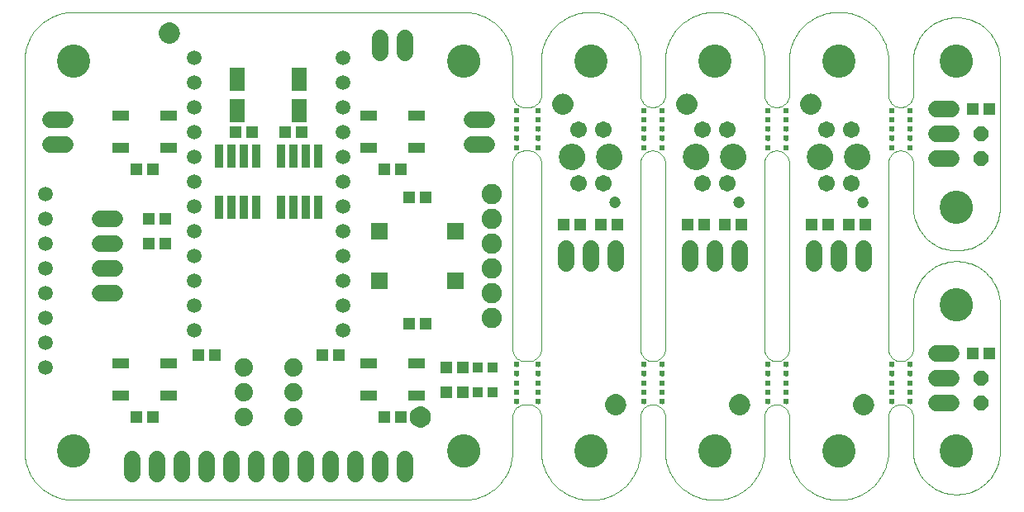
<source format=gts>
G75*
G70*
%OFA0B0*%
%FSLAX24Y24*%
%IPPOS*%
%LPD*%
%AMOC8*
5,1,8,0,0,1.08239X$1,22.5*
%
%ADD10C,0.0000*%
%ADD11C,0.0237*%
%ADD12C,0.0674*%
%ADD13R,0.0474X0.0513*%
%ADD14R,0.0513X0.0474*%
%ADD15R,0.0631X0.0946*%
%ADD16C,0.0740*%
%ADD17C,0.0595*%
%ADD18C,0.0820*%
%ADD19R,0.0671X0.0434*%
%ADD20C,0.1340*%
%ADD21R,0.0320X0.0950*%
%ADD22R,0.0671X0.0671*%
%ADD23C,0.0050*%
%ADD24R,0.0395X0.0395*%
%ADD25C,0.0674*%
%ADD26C,0.0474*%
%ADD27C,0.1064*%
%ADD28C,0.0680*%
%ADD29OC8,0.0600*%
D10*
X002285Y000317D02*
X018033Y000317D01*
X017403Y002285D02*
X017405Y002335D01*
X017411Y002385D01*
X017421Y002434D01*
X017435Y002482D01*
X017452Y002529D01*
X017473Y002574D01*
X017498Y002618D01*
X017526Y002659D01*
X017558Y002698D01*
X017592Y002735D01*
X017629Y002769D01*
X017669Y002799D01*
X017711Y002826D01*
X017755Y002850D01*
X017801Y002871D01*
X017848Y002887D01*
X017896Y002900D01*
X017946Y002909D01*
X017995Y002914D01*
X018046Y002915D01*
X018096Y002912D01*
X018145Y002905D01*
X018194Y002894D01*
X018242Y002879D01*
X018288Y002861D01*
X018333Y002839D01*
X018376Y002813D01*
X018417Y002784D01*
X018456Y002752D01*
X018492Y002717D01*
X018524Y002679D01*
X018554Y002639D01*
X018581Y002596D01*
X018604Y002552D01*
X018623Y002506D01*
X018639Y002458D01*
X018651Y002409D01*
X018659Y002360D01*
X018663Y002310D01*
X018663Y002260D01*
X018659Y002210D01*
X018651Y002161D01*
X018639Y002112D01*
X018623Y002064D01*
X018604Y002018D01*
X018581Y001974D01*
X018554Y001931D01*
X018524Y001891D01*
X018492Y001853D01*
X018456Y001818D01*
X018417Y001786D01*
X018376Y001757D01*
X018333Y001731D01*
X018288Y001709D01*
X018242Y001691D01*
X018194Y001676D01*
X018145Y001665D01*
X018096Y001658D01*
X018046Y001655D01*
X017995Y001656D01*
X017946Y001661D01*
X017896Y001670D01*
X017848Y001683D01*
X017801Y001699D01*
X017755Y001720D01*
X017711Y001744D01*
X017669Y001771D01*
X017629Y001801D01*
X017592Y001835D01*
X017558Y001872D01*
X017526Y001911D01*
X017498Y001952D01*
X017473Y001996D01*
X017452Y002041D01*
X017435Y002088D01*
X017421Y002136D01*
X017411Y002185D01*
X017405Y002235D01*
X017403Y002285D01*
X018033Y000316D02*
X018127Y000318D01*
X018220Y000325D01*
X018313Y000336D01*
X018406Y000352D01*
X018497Y000372D01*
X018588Y000396D01*
X018677Y000424D01*
X018765Y000457D01*
X018851Y000494D01*
X018935Y000535D01*
X019018Y000580D01*
X019098Y000629D01*
X019175Y000681D01*
X019250Y000737D01*
X019322Y000797D01*
X019392Y000860D01*
X019458Y000926D01*
X019521Y000996D01*
X019581Y001068D01*
X019637Y001143D01*
X019689Y001220D01*
X019738Y001301D01*
X019783Y001383D01*
X019824Y001467D01*
X019861Y001553D01*
X019894Y001641D01*
X019922Y001730D01*
X019946Y001821D01*
X019966Y001912D01*
X019982Y002005D01*
X019993Y002098D01*
X020000Y002191D01*
X020002Y002285D01*
X020002Y003659D01*
X020004Y003703D01*
X020010Y003746D01*
X020019Y003788D01*
X020032Y003830D01*
X020049Y003870D01*
X020069Y003909D01*
X020092Y003946D01*
X020119Y003980D01*
X020148Y004013D01*
X020181Y004042D01*
X020215Y004069D01*
X020252Y004092D01*
X020291Y004112D01*
X020331Y004129D01*
X020373Y004142D01*
X020415Y004151D01*
X020458Y004157D01*
X020502Y004159D01*
X020659Y004159D01*
X020955Y004284D02*
X020957Y004302D01*
X020963Y004318D01*
X020972Y004333D01*
X020985Y004346D01*
X021000Y004355D01*
X021016Y004361D01*
X021034Y004363D01*
X021052Y004361D01*
X021068Y004355D01*
X021083Y004346D01*
X021096Y004333D01*
X021105Y004318D01*
X021111Y004302D01*
X021113Y004284D01*
X021111Y004266D01*
X021105Y004250D01*
X021096Y004235D01*
X021083Y004222D01*
X021068Y004213D01*
X021052Y004207D01*
X021034Y004205D01*
X021016Y004207D01*
X021000Y004213D01*
X020985Y004222D01*
X020972Y004235D01*
X020963Y004250D01*
X020957Y004266D01*
X020955Y004284D01*
X020955Y004659D02*
X020957Y004677D01*
X020963Y004693D01*
X020972Y004708D01*
X020985Y004721D01*
X021000Y004730D01*
X021016Y004736D01*
X021034Y004738D01*
X021052Y004736D01*
X021068Y004730D01*
X021083Y004721D01*
X021096Y004708D01*
X021105Y004693D01*
X021111Y004677D01*
X021113Y004659D01*
X021111Y004641D01*
X021105Y004625D01*
X021096Y004610D01*
X021083Y004597D01*
X021068Y004588D01*
X021052Y004582D01*
X021034Y004580D01*
X021016Y004582D01*
X021000Y004588D01*
X020985Y004597D01*
X020972Y004610D01*
X020963Y004625D01*
X020957Y004641D01*
X020955Y004659D01*
X020955Y005034D02*
X020957Y005052D01*
X020963Y005068D01*
X020972Y005083D01*
X020985Y005096D01*
X021000Y005105D01*
X021016Y005111D01*
X021034Y005113D01*
X021052Y005111D01*
X021068Y005105D01*
X021083Y005096D01*
X021096Y005083D01*
X021105Y005068D01*
X021111Y005052D01*
X021113Y005034D01*
X021111Y005016D01*
X021105Y005000D01*
X021096Y004985D01*
X021083Y004972D01*
X021068Y004963D01*
X021052Y004957D01*
X021034Y004955D01*
X021016Y004957D01*
X021000Y004963D01*
X020985Y004972D01*
X020972Y004985D01*
X020963Y005000D01*
X020957Y005016D01*
X020955Y005034D01*
X020955Y005409D02*
X020957Y005427D01*
X020963Y005443D01*
X020972Y005458D01*
X020985Y005471D01*
X021000Y005480D01*
X021016Y005486D01*
X021034Y005488D01*
X021052Y005486D01*
X021068Y005480D01*
X021083Y005471D01*
X021096Y005458D01*
X021105Y005443D01*
X021111Y005427D01*
X021113Y005409D01*
X021111Y005391D01*
X021105Y005375D01*
X021096Y005360D01*
X021083Y005347D01*
X021068Y005338D01*
X021052Y005332D01*
X021034Y005330D01*
X021016Y005332D01*
X021000Y005338D01*
X020985Y005347D01*
X020972Y005360D01*
X020963Y005375D01*
X020957Y005391D01*
X020955Y005409D01*
X020955Y005784D02*
X020957Y005802D01*
X020963Y005818D01*
X020972Y005833D01*
X020985Y005846D01*
X021000Y005855D01*
X021016Y005861D01*
X021034Y005863D01*
X021052Y005861D01*
X021068Y005855D01*
X021083Y005846D01*
X021096Y005833D01*
X021105Y005818D01*
X021111Y005802D01*
X021113Y005784D01*
X021111Y005766D01*
X021105Y005750D01*
X021096Y005735D01*
X021083Y005722D01*
X021068Y005713D01*
X021052Y005707D01*
X021034Y005705D01*
X021016Y005707D01*
X021000Y005713D01*
X020985Y005722D01*
X020972Y005735D01*
X020963Y005750D01*
X020957Y005766D01*
X020955Y005784D01*
X020659Y005909D02*
X020502Y005909D01*
X020080Y005784D02*
X020082Y005802D01*
X020088Y005818D01*
X020097Y005833D01*
X020110Y005846D01*
X020125Y005855D01*
X020141Y005861D01*
X020159Y005863D01*
X020177Y005861D01*
X020193Y005855D01*
X020208Y005846D01*
X020221Y005833D01*
X020230Y005818D01*
X020236Y005802D01*
X020238Y005784D01*
X020236Y005766D01*
X020230Y005750D01*
X020221Y005735D01*
X020208Y005722D01*
X020193Y005713D01*
X020177Y005707D01*
X020159Y005705D01*
X020141Y005707D01*
X020125Y005713D01*
X020110Y005722D01*
X020097Y005735D01*
X020088Y005750D01*
X020082Y005766D01*
X020080Y005784D01*
X020080Y005409D02*
X020082Y005427D01*
X020088Y005443D01*
X020097Y005458D01*
X020110Y005471D01*
X020125Y005480D01*
X020141Y005486D01*
X020159Y005488D01*
X020177Y005486D01*
X020193Y005480D01*
X020208Y005471D01*
X020221Y005458D01*
X020230Y005443D01*
X020236Y005427D01*
X020238Y005409D01*
X020236Y005391D01*
X020230Y005375D01*
X020221Y005360D01*
X020208Y005347D01*
X020193Y005338D01*
X020177Y005332D01*
X020159Y005330D01*
X020141Y005332D01*
X020125Y005338D01*
X020110Y005347D01*
X020097Y005360D01*
X020088Y005375D01*
X020082Y005391D01*
X020080Y005409D01*
X020080Y005034D02*
X020082Y005052D01*
X020088Y005068D01*
X020097Y005083D01*
X020110Y005096D01*
X020125Y005105D01*
X020141Y005111D01*
X020159Y005113D01*
X020177Y005111D01*
X020193Y005105D01*
X020208Y005096D01*
X020221Y005083D01*
X020230Y005068D01*
X020236Y005052D01*
X020238Y005034D01*
X020236Y005016D01*
X020230Y005000D01*
X020221Y004985D01*
X020208Y004972D01*
X020193Y004963D01*
X020177Y004957D01*
X020159Y004955D01*
X020141Y004957D01*
X020125Y004963D01*
X020110Y004972D01*
X020097Y004985D01*
X020088Y005000D01*
X020082Y005016D01*
X020080Y005034D01*
X020080Y004659D02*
X020082Y004677D01*
X020088Y004693D01*
X020097Y004708D01*
X020110Y004721D01*
X020125Y004730D01*
X020141Y004736D01*
X020159Y004738D01*
X020177Y004736D01*
X020193Y004730D01*
X020208Y004721D01*
X020221Y004708D01*
X020230Y004693D01*
X020236Y004677D01*
X020238Y004659D01*
X020236Y004641D01*
X020230Y004625D01*
X020221Y004610D01*
X020208Y004597D01*
X020193Y004588D01*
X020177Y004582D01*
X020159Y004580D01*
X020141Y004582D01*
X020125Y004588D01*
X020110Y004597D01*
X020097Y004610D01*
X020088Y004625D01*
X020082Y004641D01*
X020080Y004659D01*
X020080Y004284D02*
X020082Y004302D01*
X020088Y004318D01*
X020097Y004333D01*
X020110Y004346D01*
X020125Y004355D01*
X020141Y004361D01*
X020159Y004363D01*
X020177Y004361D01*
X020193Y004355D01*
X020208Y004346D01*
X020221Y004333D01*
X020230Y004318D01*
X020236Y004302D01*
X020238Y004284D01*
X020236Y004266D01*
X020230Y004250D01*
X020221Y004235D01*
X020208Y004222D01*
X020193Y004213D01*
X020177Y004207D01*
X020159Y004205D01*
X020141Y004207D01*
X020125Y004213D01*
X020110Y004222D01*
X020097Y004235D01*
X020088Y004250D01*
X020082Y004266D01*
X020080Y004284D01*
X020659Y004159D02*
X020703Y004157D01*
X020746Y004151D01*
X020788Y004142D01*
X020830Y004129D01*
X020870Y004112D01*
X020909Y004092D01*
X020946Y004069D01*
X020980Y004042D01*
X021013Y004013D01*
X021042Y003980D01*
X021069Y003946D01*
X021092Y003909D01*
X021112Y003870D01*
X021129Y003830D01*
X021142Y003788D01*
X021151Y003746D01*
X021157Y003703D01*
X021159Y003659D01*
X021159Y002285D01*
X021161Y002191D01*
X021168Y002098D01*
X021179Y002005D01*
X021195Y001912D01*
X021215Y001821D01*
X021239Y001730D01*
X021267Y001641D01*
X021300Y001553D01*
X021337Y001467D01*
X021378Y001383D01*
X021423Y001301D01*
X021472Y001220D01*
X021524Y001143D01*
X021580Y001068D01*
X021640Y000996D01*
X021703Y000926D01*
X021769Y000860D01*
X021839Y000797D01*
X021911Y000737D01*
X021986Y000681D01*
X022063Y000629D01*
X022143Y000580D01*
X022226Y000535D01*
X022310Y000494D01*
X022396Y000457D01*
X022484Y000424D01*
X022573Y000396D01*
X022664Y000372D01*
X022755Y000352D01*
X022848Y000336D01*
X022941Y000325D01*
X023034Y000318D01*
X023128Y000316D01*
X023128Y000317D02*
X023191Y000317D01*
X023191Y000316D02*
X023285Y000318D01*
X023378Y000325D01*
X023471Y000336D01*
X023564Y000352D01*
X023655Y000372D01*
X023746Y000396D01*
X023835Y000424D01*
X023923Y000457D01*
X024009Y000494D01*
X024093Y000535D01*
X024176Y000580D01*
X024256Y000629D01*
X024333Y000681D01*
X024408Y000737D01*
X024480Y000797D01*
X024550Y000860D01*
X024616Y000926D01*
X024679Y000996D01*
X024739Y001068D01*
X024795Y001143D01*
X024847Y001220D01*
X024896Y001301D01*
X024941Y001383D01*
X024982Y001467D01*
X025019Y001553D01*
X025052Y001641D01*
X025080Y001730D01*
X025104Y001821D01*
X025124Y001912D01*
X025140Y002005D01*
X025151Y002098D01*
X025158Y002191D01*
X025160Y002285D01*
X025159Y002285D02*
X025159Y003659D01*
X025659Y004159D02*
X025703Y004157D01*
X025746Y004151D01*
X025788Y004142D01*
X025830Y004129D01*
X025870Y004112D01*
X025909Y004092D01*
X025946Y004069D01*
X025980Y004042D01*
X026013Y004013D01*
X026042Y003980D01*
X026069Y003946D01*
X026092Y003909D01*
X026112Y003870D01*
X026129Y003830D01*
X026142Y003788D01*
X026151Y003746D01*
X026157Y003703D01*
X026159Y003659D01*
X026159Y002285D01*
X026161Y002191D01*
X026168Y002098D01*
X026179Y002005D01*
X026195Y001912D01*
X026215Y001821D01*
X026239Y001730D01*
X026267Y001641D01*
X026300Y001553D01*
X026337Y001467D01*
X026378Y001383D01*
X026423Y001301D01*
X026472Y001220D01*
X026524Y001143D01*
X026580Y001068D01*
X026640Y000996D01*
X026703Y000926D01*
X026769Y000860D01*
X026839Y000797D01*
X026911Y000737D01*
X026986Y000681D01*
X027063Y000629D01*
X027143Y000580D01*
X027226Y000535D01*
X027310Y000494D01*
X027396Y000457D01*
X027484Y000424D01*
X027573Y000396D01*
X027664Y000372D01*
X027755Y000352D01*
X027848Y000336D01*
X027941Y000325D01*
X028034Y000318D01*
X028128Y000316D01*
X028128Y000317D02*
X028191Y000317D01*
X028191Y000316D02*
X028285Y000318D01*
X028378Y000325D01*
X028471Y000336D01*
X028564Y000352D01*
X028655Y000372D01*
X028746Y000396D01*
X028835Y000424D01*
X028923Y000457D01*
X029009Y000494D01*
X029093Y000535D01*
X029176Y000580D01*
X029256Y000629D01*
X029333Y000681D01*
X029408Y000737D01*
X029480Y000797D01*
X029550Y000860D01*
X029616Y000926D01*
X029679Y000996D01*
X029739Y001068D01*
X029795Y001143D01*
X029847Y001220D01*
X029896Y001301D01*
X029941Y001383D01*
X029982Y001467D01*
X030019Y001553D01*
X030052Y001641D01*
X030080Y001730D01*
X030104Y001821D01*
X030124Y001912D01*
X030140Y002005D01*
X030151Y002098D01*
X030158Y002191D01*
X030160Y002285D01*
X030159Y002285D02*
X030159Y003659D01*
X030659Y004159D02*
X030703Y004157D01*
X030746Y004151D01*
X030788Y004142D01*
X030830Y004129D01*
X030870Y004112D01*
X030909Y004092D01*
X030946Y004069D01*
X030980Y004042D01*
X031013Y004013D01*
X031042Y003980D01*
X031069Y003946D01*
X031092Y003909D01*
X031112Y003870D01*
X031129Y003830D01*
X031142Y003788D01*
X031151Y003746D01*
X031157Y003703D01*
X031159Y003659D01*
X031159Y002285D01*
X031161Y002191D01*
X031168Y002098D01*
X031179Y002005D01*
X031195Y001912D01*
X031215Y001821D01*
X031239Y001730D01*
X031267Y001641D01*
X031300Y001553D01*
X031337Y001467D01*
X031378Y001383D01*
X031423Y001301D01*
X031472Y001220D01*
X031524Y001143D01*
X031580Y001068D01*
X031640Y000996D01*
X031703Y000926D01*
X031769Y000860D01*
X031839Y000797D01*
X031911Y000737D01*
X031986Y000681D01*
X032063Y000629D01*
X032143Y000580D01*
X032226Y000535D01*
X032310Y000494D01*
X032396Y000457D01*
X032484Y000424D01*
X032573Y000396D01*
X032664Y000372D01*
X032755Y000352D01*
X032848Y000336D01*
X032941Y000325D01*
X033034Y000318D01*
X033128Y000316D01*
X033128Y000317D02*
X033191Y000317D01*
X033191Y000316D02*
X033285Y000318D01*
X033378Y000325D01*
X033471Y000336D01*
X033564Y000352D01*
X033655Y000372D01*
X033746Y000396D01*
X033835Y000424D01*
X033923Y000457D01*
X034009Y000494D01*
X034093Y000535D01*
X034176Y000580D01*
X034256Y000629D01*
X034333Y000681D01*
X034408Y000737D01*
X034480Y000797D01*
X034550Y000860D01*
X034616Y000926D01*
X034679Y000996D01*
X034739Y001068D01*
X034795Y001143D01*
X034847Y001220D01*
X034896Y001301D01*
X034941Y001383D01*
X034982Y001467D01*
X035019Y001553D01*
X035052Y001641D01*
X035080Y001730D01*
X035104Y001821D01*
X035124Y001912D01*
X035140Y002005D01*
X035151Y002098D01*
X035158Y002191D01*
X035160Y002285D01*
X035159Y002285D02*
X035159Y003659D01*
X035659Y004159D02*
X035703Y004157D01*
X035746Y004151D01*
X035788Y004142D01*
X035830Y004129D01*
X035870Y004112D01*
X035909Y004092D01*
X035946Y004069D01*
X035980Y004042D01*
X036013Y004013D01*
X036042Y003980D01*
X036069Y003946D01*
X036092Y003909D01*
X036112Y003870D01*
X036129Y003830D01*
X036142Y003788D01*
X036151Y003746D01*
X036157Y003703D01*
X036159Y003659D01*
X036159Y002285D01*
X037279Y002285D02*
X037281Y002335D01*
X037287Y002385D01*
X037297Y002434D01*
X037311Y002482D01*
X037328Y002529D01*
X037349Y002574D01*
X037374Y002618D01*
X037402Y002659D01*
X037434Y002698D01*
X037468Y002735D01*
X037505Y002769D01*
X037545Y002799D01*
X037587Y002826D01*
X037631Y002850D01*
X037677Y002871D01*
X037724Y002887D01*
X037772Y002900D01*
X037822Y002909D01*
X037871Y002914D01*
X037922Y002915D01*
X037972Y002912D01*
X038021Y002905D01*
X038070Y002894D01*
X038118Y002879D01*
X038164Y002861D01*
X038209Y002839D01*
X038252Y002813D01*
X038293Y002784D01*
X038332Y002752D01*
X038368Y002717D01*
X038400Y002679D01*
X038430Y002639D01*
X038457Y002596D01*
X038480Y002552D01*
X038499Y002506D01*
X038515Y002458D01*
X038527Y002409D01*
X038535Y002360D01*
X038539Y002310D01*
X038539Y002260D01*
X038535Y002210D01*
X038527Y002161D01*
X038515Y002112D01*
X038499Y002064D01*
X038480Y002018D01*
X038457Y001974D01*
X038430Y001931D01*
X038400Y001891D01*
X038368Y001853D01*
X038332Y001818D01*
X038293Y001786D01*
X038252Y001757D01*
X038209Y001731D01*
X038164Y001709D01*
X038118Y001691D01*
X038070Y001676D01*
X038021Y001665D01*
X037972Y001658D01*
X037922Y001655D01*
X037871Y001656D01*
X037822Y001661D01*
X037772Y001670D01*
X037724Y001683D01*
X037677Y001699D01*
X037631Y001720D01*
X037587Y001744D01*
X037545Y001771D01*
X037505Y001801D01*
X037468Y001835D01*
X037434Y001872D01*
X037402Y001911D01*
X037374Y001952D01*
X037349Y001996D01*
X037328Y002041D01*
X037311Y002088D01*
X037297Y002136D01*
X037287Y002185D01*
X037281Y002235D01*
X037279Y002285D01*
X037911Y000533D02*
X037994Y000535D01*
X038077Y000541D01*
X038160Y000551D01*
X038242Y000565D01*
X038323Y000582D01*
X038403Y000604D01*
X038483Y000629D01*
X038561Y000658D01*
X038637Y000691D01*
X038712Y000727D01*
X038785Y000767D01*
X038856Y000810D01*
X038925Y000857D01*
X038992Y000907D01*
X039056Y000960D01*
X039117Y001016D01*
X039176Y001075D01*
X039232Y001136D01*
X039285Y001200D01*
X039335Y001267D01*
X039382Y001336D01*
X039425Y001407D01*
X039465Y001480D01*
X039501Y001555D01*
X039534Y001631D01*
X039563Y001709D01*
X039588Y001789D01*
X039610Y001869D01*
X039627Y001950D01*
X039641Y002032D01*
X039651Y002115D01*
X039657Y002198D01*
X039659Y002281D01*
X039659Y008195D01*
X039657Y008278D01*
X039651Y008361D01*
X039641Y008444D01*
X039627Y008526D01*
X039610Y008607D01*
X039588Y008687D01*
X039563Y008767D01*
X039534Y008845D01*
X039501Y008921D01*
X039465Y008996D01*
X039425Y009069D01*
X039382Y009140D01*
X039335Y009209D01*
X039285Y009276D01*
X039232Y009340D01*
X039176Y009401D01*
X039117Y009460D01*
X039056Y009516D01*
X038992Y009569D01*
X038925Y009619D01*
X038856Y009666D01*
X038785Y009709D01*
X038712Y009749D01*
X038637Y009785D01*
X038561Y009818D01*
X038483Y009847D01*
X038403Y009872D01*
X038323Y009894D01*
X038242Y009911D01*
X038160Y009925D01*
X038077Y009935D01*
X037994Y009941D01*
X037911Y009943D01*
X037279Y008191D02*
X037281Y008241D01*
X037287Y008291D01*
X037297Y008340D01*
X037311Y008388D01*
X037328Y008435D01*
X037349Y008480D01*
X037374Y008524D01*
X037402Y008565D01*
X037434Y008604D01*
X037468Y008641D01*
X037505Y008675D01*
X037545Y008705D01*
X037587Y008732D01*
X037631Y008756D01*
X037677Y008777D01*
X037724Y008793D01*
X037772Y008806D01*
X037822Y008815D01*
X037871Y008820D01*
X037922Y008821D01*
X037972Y008818D01*
X038021Y008811D01*
X038070Y008800D01*
X038118Y008785D01*
X038164Y008767D01*
X038209Y008745D01*
X038252Y008719D01*
X038293Y008690D01*
X038332Y008658D01*
X038368Y008623D01*
X038400Y008585D01*
X038430Y008545D01*
X038457Y008502D01*
X038480Y008458D01*
X038499Y008412D01*
X038515Y008364D01*
X038527Y008315D01*
X038535Y008266D01*
X038539Y008216D01*
X038539Y008166D01*
X038535Y008116D01*
X038527Y008067D01*
X038515Y008018D01*
X038499Y007970D01*
X038480Y007924D01*
X038457Y007880D01*
X038430Y007837D01*
X038400Y007797D01*
X038368Y007759D01*
X038332Y007724D01*
X038293Y007692D01*
X038252Y007663D01*
X038209Y007637D01*
X038164Y007615D01*
X038118Y007597D01*
X038070Y007582D01*
X038021Y007571D01*
X037972Y007564D01*
X037922Y007561D01*
X037871Y007562D01*
X037822Y007567D01*
X037772Y007576D01*
X037724Y007589D01*
X037677Y007605D01*
X037631Y007626D01*
X037587Y007650D01*
X037545Y007677D01*
X037505Y007707D01*
X037468Y007741D01*
X037434Y007778D01*
X037402Y007817D01*
X037374Y007858D01*
X037349Y007902D01*
X037328Y007947D01*
X037311Y007994D01*
X037297Y008042D01*
X037287Y008091D01*
X037281Y008141D01*
X037279Y008191D01*
X036159Y008191D02*
X036161Y008274D01*
X036167Y008358D01*
X036177Y008440D01*
X036191Y008523D01*
X036208Y008604D01*
X036230Y008685D01*
X036255Y008764D01*
X036284Y008842D01*
X036317Y008919D01*
X036354Y008994D01*
X036394Y009067D01*
X036437Y009138D01*
X036484Y009207D01*
X036534Y009274D01*
X036587Y009338D01*
X036643Y009400D01*
X036702Y009459D01*
X036764Y009515D01*
X036828Y009568D01*
X036895Y009618D01*
X036964Y009665D01*
X037035Y009708D01*
X037108Y009748D01*
X037183Y009785D01*
X037260Y009818D01*
X037338Y009847D01*
X037417Y009872D01*
X037498Y009894D01*
X037579Y009911D01*
X037662Y009925D01*
X037744Y009935D01*
X037828Y009941D01*
X037911Y009943D01*
X036159Y008191D02*
X036159Y006409D01*
X036157Y006365D01*
X036151Y006322D01*
X036142Y006280D01*
X036129Y006238D01*
X036112Y006198D01*
X036092Y006159D01*
X036069Y006122D01*
X036042Y006088D01*
X036013Y006055D01*
X035980Y006026D01*
X035946Y005999D01*
X035909Y005976D01*
X035870Y005956D01*
X035830Y005939D01*
X035788Y005926D01*
X035746Y005917D01*
X035703Y005911D01*
X035659Y005909D01*
X035205Y005784D02*
X035207Y005802D01*
X035213Y005818D01*
X035222Y005833D01*
X035235Y005846D01*
X035250Y005855D01*
X035266Y005861D01*
X035284Y005863D01*
X035302Y005861D01*
X035318Y005855D01*
X035333Y005846D01*
X035346Y005833D01*
X035355Y005818D01*
X035361Y005802D01*
X035363Y005784D01*
X035361Y005766D01*
X035355Y005750D01*
X035346Y005735D01*
X035333Y005722D01*
X035318Y005713D01*
X035302Y005707D01*
X035284Y005705D01*
X035266Y005707D01*
X035250Y005713D01*
X035235Y005722D01*
X035222Y005735D01*
X035213Y005750D01*
X035207Y005766D01*
X035205Y005784D01*
X035205Y005409D02*
X035207Y005427D01*
X035213Y005443D01*
X035222Y005458D01*
X035235Y005471D01*
X035250Y005480D01*
X035266Y005486D01*
X035284Y005488D01*
X035302Y005486D01*
X035318Y005480D01*
X035333Y005471D01*
X035346Y005458D01*
X035355Y005443D01*
X035361Y005427D01*
X035363Y005409D01*
X035361Y005391D01*
X035355Y005375D01*
X035346Y005360D01*
X035333Y005347D01*
X035318Y005338D01*
X035302Y005332D01*
X035284Y005330D01*
X035266Y005332D01*
X035250Y005338D01*
X035235Y005347D01*
X035222Y005360D01*
X035213Y005375D01*
X035207Y005391D01*
X035205Y005409D01*
X035205Y005034D02*
X035207Y005052D01*
X035213Y005068D01*
X035222Y005083D01*
X035235Y005096D01*
X035250Y005105D01*
X035266Y005111D01*
X035284Y005113D01*
X035302Y005111D01*
X035318Y005105D01*
X035333Y005096D01*
X035346Y005083D01*
X035355Y005068D01*
X035361Y005052D01*
X035363Y005034D01*
X035361Y005016D01*
X035355Y005000D01*
X035346Y004985D01*
X035333Y004972D01*
X035318Y004963D01*
X035302Y004957D01*
X035284Y004955D01*
X035266Y004957D01*
X035250Y004963D01*
X035235Y004972D01*
X035222Y004985D01*
X035213Y005000D01*
X035207Y005016D01*
X035205Y005034D01*
X035205Y004659D02*
X035207Y004677D01*
X035213Y004693D01*
X035222Y004708D01*
X035235Y004721D01*
X035250Y004730D01*
X035266Y004736D01*
X035284Y004738D01*
X035302Y004736D01*
X035318Y004730D01*
X035333Y004721D01*
X035346Y004708D01*
X035355Y004693D01*
X035361Y004677D01*
X035363Y004659D01*
X035361Y004641D01*
X035355Y004625D01*
X035346Y004610D01*
X035333Y004597D01*
X035318Y004588D01*
X035302Y004582D01*
X035284Y004580D01*
X035266Y004582D01*
X035250Y004588D01*
X035235Y004597D01*
X035222Y004610D01*
X035213Y004625D01*
X035207Y004641D01*
X035205Y004659D01*
X035205Y004284D02*
X035207Y004302D01*
X035213Y004318D01*
X035222Y004333D01*
X035235Y004346D01*
X035250Y004355D01*
X035266Y004361D01*
X035284Y004363D01*
X035302Y004361D01*
X035318Y004355D01*
X035333Y004346D01*
X035346Y004333D01*
X035355Y004318D01*
X035361Y004302D01*
X035363Y004284D01*
X035361Y004266D01*
X035355Y004250D01*
X035346Y004235D01*
X035333Y004222D01*
X035318Y004213D01*
X035302Y004207D01*
X035284Y004205D01*
X035266Y004207D01*
X035250Y004213D01*
X035235Y004222D01*
X035222Y004235D01*
X035213Y004250D01*
X035207Y004266D01*
X035205Y004284D01*
X035659Y004159D02*
X035615Y004157D01*
X035572Y004151D01*
X035530Y004142D01*
X035488Y004129D01*
X035448Y004112D01*
X035409Y004092D01*
X035372Y004069D01*
X035338Y004042D01*
X035305Y004013D01*
X035276Y003980D01*
X035249Y003946D01*
X035226Y003909D01*
X035206Y003870D01*
X035189Y003830D01*
X035176Y003788D01*
X035167Y003746D01*
X035161Y003703D01*
X035159Y003659D01*
X035955Y004284D02*
X035957Y004302D01*
X035963Y004318D01*
X035972Y004333D01*
X035985Y004346D01*
X036000Y004355D01*
X036016Y004361D01*
X036034Y004363D01*
X036052Y004361D01*
X036068Y004355D01*
X036083Y004346D01*
X036096Y004333D01*
X036105Y004318D01*
X036111Y004302D01*
X036113Y004284D01*
X036111Y004266D01*
X036105Y004250D01*
X036096Y004235D01*
X036083Y004222D01*
X036068Y004213D01*
X036052Y004207D01*
X036034Y004205D01*
X036016Y004207D01*
X036000Y004213D01*
X035985Y004222D01*
X035972Y004235D01*
X035963Y004250D01*
X035957Y004266D01*
X035955Y004284D01*
X035955Y004659D02*
X035957Y004677D01*
X035963Y004693D01*
X035972Y004708D01*
X035985Y004721D01*
X036000Y004730D01*
X036016Y004736D01*
X036034Y004738D01*
X036052Y004736D01*
X036068Y004730D01*
X036083Y004721D01*
X036096Y004708D01*
X036105Y004693D01*
X036111Y004677D01*
X036113Y004659D01*
X036111Y004641D01*
X036105Y004625D01*
X036096Y004610D01*
X036083Y004597D01*
X036068Y004588D01*
X036052Y004582D01*
X036034Y004580D01*
X036016Y004582D01*
X036000Y004588D01*
X035985Y004597D01*
X035972Y004610D01*
X035963Y004625D01*
X035957Y004641D01*
X035955Y004659D01*
X035955Y005034D02*
X035957Y005052D01*
X035963Y005068D01*
X035972Y005083D01*
X035985Y005096D01*
X036000Y005105D01*
X036016Y005111D01*
X036034Y005113D01*
X036052Y005111D01*
X036068Y005105D01*
X036083Y005096D01*
X036096Y005083D01*
X036105Y005068D01*
X036111Y005052D01*
X036113Y005034D01*
X036111Y005016D01*
X036105Y005000D01*
X036096Y004985D01*
X036083Y004972D01*
X036068Y004963D01*
X036052Y004957D01*
X036034Y004955D01*
X036016Y004957D01*
X036000Y004963D01*
X035985Y004972D01*
X035972Y004985D01*
X035963Y005000D01*
X035957Y005016D01*
X035955Y005034D01*
X035955Y005409D02*
X035957Y005427D01*
X035963Y005443D01*
X035972Y005458D01*
X035985Y005471D01*
X036000Y005480D01*
X036016Y005486D01*
X036034Y005488D01*
X036052Y005486D01*
X036068Y005480D01*
X036083Y005471D01*
X036096Y005458D01*
X036105Y005443D01*
X036111Y005427D01*
X036113Y005409D01*
X036111Y005391D01*
X036105Y005375D01*
X036096Y005360D01*
X036083Y005347D01*
X036068Y005338D01*
X036052Y005332D01*
X036034Y005330D01*
X036016Y005332D01*
X036000Y005338D01*
X035985Y005347D01*
X035972Y005360D01*
X035963Y005375D01*
X035957Y005391D01*
X035955Y005409D01*
X035955Y005784D02*
X035957Y005802D01*
X035963Y005818D01*
X035972Y005833D01*
X035985Y005846D01*
X036000Y005855D01*
X036016Y005861D01*
X036034Y005863D01*
X036052Y005861D01*
X036068Y005855D01*
X036083Y005846D01*
X036096Y005833D01*
X036105Y005818D01*
X036111Y005802D01*
X036113Y005784D01*
X036111Y005766D01*
X036105Y005750D01*
X036096Y005735D01*
X036083Y005722D01*
X036068Y005713D01*
X036052Y005707D01*
X036034Y005705D01*
X036016Y005707D01*
X036000Y005713D01*
X035985Y005722D01*
X035972Y005735D01*
X035963Y005750D01*
X035957Y005766D01*
X035955Y005784D01*
X035659Y005909D02*
X035615Y005911D01*
X035572Y005917D01*
X035530Y005926D01*
X035488Y005939D01*
X035448Y005956D01*
X035409Y005976D01*
X035372Y005999D01*
X035338Y006026D01*
X035305Y006055D01*
X035276Y006088D01*
X035249Y006122D01*
X035226Y006159D01*
X035206Y006198D01*
X035189Y006238D01*
X035176Y006280D01*
X035167Y006322D01*
X035161Y006365D01*
X035159Y006409D01*
X035159Y013909D01*
X035659Y014409D02*
X035703Y014407D01*
X035746Y014401D01*
X035788Y014392D01*
X035830Y014379D01*
X035870Y014362D01*
X035909Y014342D01*
X035946Y014319D01*
X035980Y014292D01*
X036013Y014263D01*
X036042Y014230D01*
X036069Y014196D01*
X036092Y014159D01*
X036112Y014120D01*
X036129Y014080D01*
X036142Y014038D01*
X036151Y013996D01*
X036157Y013953D01*
X036159Y013909D01*
X036159Y012128D01*
X037279Y012128D02*
X037281Y012178D01*
X037287Y012228D01*
X037297Y012277D01*
X037311Y012325D01*
X037328Y012372D01*
X037349Y012417D01*
X037374Y012461D01*
X037402Y012502D01*
X037434Y012541D01*
X037468Y012578D01*
X037505Y012612D01*
X037545Y012642D01*
X037587Y012669D01*
X037631Y012693D01*
X037677Y012714D01*
X037724Y012730D01*
X037772Y012743D01*
X037822Y012752D01*
X037871Y012757D01*
X037922Y012758D01*
X037972Y012755D01*
X038021Y012748D01*
X038070Y012737D01*
X038118Y012722D01*
X038164Y012704D01*
X038209Y012682D01*
X038252Y012656D01*
X038293Y012627D01*
X038332Y012595D01*
X038368Y012560D01*
X038400Y012522D01*
X038430Y012482D01*
X038457Y012439D01*
X038480Y012395D01*
X038499Y012349D01*
X038515Y012301D01*
X038527Y012252D01*
X038535Y012203D01*
X038539Y012153D01*
X038539Y012103D01*
X038535Y012053D01*
X038527Y012004D01*
X038515Y011955D01*
X038499Y011907D01*
X038480Y011861D01*
X038457Y011817D01*
X038430Y011774D01*
X038400Y011734D01*
X038368Y011696D01*
X038332Y011661D01*
X038293Y011629D01*
X038252Y011600D01*
X038209Y011574D01*
X038164Y011552D01*
X038118Y011534D01*
X038070Y011519D01*
X038021Y011508D01*
X037972Y011501D01*
X037922Y011498D01*
X037871Y011499D01*
X037822Y011504D01*
X037772Y011513D01*
X037724Y011526D01*
X037677Y011542D01*
X037631Y011563D01*
X037587Y011587D01*
X037545Y011614D01*
X037505Y011644D01*
X037468Y011678D01*
X037434Y011715D01*
X037402Y011754D01*
X037374Y011795D01*
X037349Y011839D01*
X037328Y011884D01*
X037311Y011931D01*
X037297Y011979D01*
X037287Y012028D01*
X037281Y012078D01*
X037279Y012128D01*
X036159Y012128D02*
X036161Y012045D01*
X036167Y011961D01*
X036177Y011879D01*
X036191Y011796D01*
X036208Y011715D01*
X036230Y011634D01*
X036255Y011555D01*
X036284Y011477D01*
X036317Y011400D01*
X036354Y011325D01*
X036394Y011252D01*
X036437Y011181D01*
X036484Y011112D01*
X036534Y011045D01*
X036587Y010981D01*
X036643Y010919D01*
X036702Y010860D01*
X036764Y010804D01*
X036828Y010751D01*
X036895Y010701D01*
X036964Y010654D01*
X037035Y010611D01*
X037108Y010571D01*
X037183Y010534D01*
X037260Y010501D01*
X037338Y010472D01*
X037417Y010447D01*
X037498Y010425D01*
X037579Y010408D01*
X037662Y010394D01*
X037744Y010384D01*
X037828Y010378D01*
X037911Y010376D01*
X037994Y010378D01*
X038077Y010384D01*
X038160Y010394D01*
X038242Y010408D01*
X038323Y010425D01*
X038403Y010447D01*
X038483Y010472D01*
X038561Y010501D01*
X038637Y010534D01*
X038712Y010570D01*
X038785Y010610D01*
X038856Y010653D01*
X038925Y010700D01*
X038992Y010750D01*
X039056Y010803D01*
X039117Y010859D01*
X039176Y010918D01*
X039232Y010979D01*
X039285Y011043D01*
X039335Y011110D01*
X039382Y011179D01*
X039425Y011250D01*
X039465Y011323D01*
X039501Y011398D01*
X039534Y011474D01*
X039563Y011552D01*
X039588Y011632D01*
X039610Y011712D01*
X039627Y011793D01*
X039641Y011875D01*
X039651Y011958D01*
X039657Y012041D01*
X039659Y012124D01*
X039659Y018037D01*
X039657Y018120D01*
X039651Y018203D01*
X039641Y018286D01*
X039627Y018368D01*
X039610Y018449D01*
X039588Y018529D01*
X039563Y018609D01*
X039534Y018687D01*
X039501Y018763D01*
X039465Y018838D01*
X039425Y018911D01*
X039382Y018982D01*
X039335Y019051D01*
X039285Y019118D01*
X039232Y019182D01*
X039176Y019243D01*
X039117Y019302D01*
X039056Y019358D01*
X038992Y019411D01*
X038925Y019461D01*
X038856Y019508D01*
X038785Y019551D01*
X038712Y019591D01*
X038637Y019627D01*
X038561Y019660D01*
X038483Y019689D01*
X038403Y019714D01*
X038323Y019736D01*
X038242Y019753D01*
X038160Y019767D01*
X038077Y019777D01*
X037994Y019783D01*
X037911Y019785D01*
X037279Y018033D02*
X037281Y018083D01*
X037287Y018133D01*
X037297Y018182D01*
X037311Y018230D01*
X037328Y018277D01*
X037349Y018322D01*
X037374Y018366D01*
X037402Y018407D01*
X037434Y018446D01*
X037468Y018483D01*
X037505Y018517D01*
X037545Y018547D01*
X037587Y018574D01*
X037631Y018598D01*
X037677Y018619D01*
X037724Y018635D01*
X037772Y018648D01*
X037822Y018657D01*
X037871Y018662D01*
X037922Y018663D01*
X037972Y018660D01*
X038021Y018653D01*
X038070Y018642D01*
X038118Y018627D01*
X038164Y018609D01*
X038209Y018587D01*
X038252Y018561D01*
X038293Y018532D01*
X038332Y018500D01*
X038368Y018465D01*
X038400Y018427D01*
X038430Y018387D01*
X038457Y018344D01*
X038480Y018300D01*
X038499Y018254D01*
X038515Y018206D01*
X038527Y018157D01*
X038535Y018108D01*
X038539Y018058D01*
X038539Y018008D01*
X038535Y017958D01*
X038527Y017909D01*
X038515Y017860D01*
X038499Y017812D01*
X038480Y017766D01*
X038457Y017722D01*
X038430Y017679D01*
X038400Y017639D01*
X038368Y017601D01*
X038332Y017566D01*
X038293Y017534D01*
X038252Y017505D01*
X038209Y017479D01*
X038164Y017457D01*
X038118Y017439D01*
X038070Y017424D01*
X038021Y017413D01*
X037972Y017406D01*
X037922Y017403D01*
X037871Y017404D01*
X037822Y017409D01*
X037772Y017418D01*
X037724Y017431D01*
X037677Y017447D01*
X037631Y017468D01*
X037587Y017492D01*
X037545Y017519D01*
X037505Y017549D01*
X037468Y017583D01*
X037434Y017620D01*
X037402Y017659D01*
X037374Y017700D01*
X037349Y017744D01*
X037328Y017789D01*
X037311Y017836D01*
X037297Y017884D01*
X037287Y017933D01*
X037281Y017983D01*
X037279Y018033D01*
X036159Y018033D02*
X036161Y018116D01*
X036167Y018200D01*
X036177Y018282D01*
X036191Y018365D01*
X036208Y018446D01*
X036230Y018527D01*
X036255Y018606D01*
X036284Y018684D01*
X036317Y018761D01*
X036354Y018836D01*
X036394Y018909D01*
X036437Y018980D01*
X036484Y019049D01*
X036534Y019116D01*
X036587Y019180D01*
X036643Y019242D01*
X036702Y019301D01*
X036764Y019357D01*
X036828Y019410D01*
X036895Y019460D01*
X036964Y019507D01*
X037035Y019550D01*
X037108Y019590D01*
X037183Y019627D01*
X037260Y019660D01*
X037338Y019689D01*
X037417Y019714D01*
X037498Y019736D01*
X037579Y019753D01*
X037662Y019767D01*
X037744Y019777D01*
X037828Y019783D01*
X037911Y019785D01*
X036159Y018033D02*
X036159Y016659D01*
X036157Y016615D01*
X036151Y016572D01*
X036142Y016530D01*
X036129Y016488D01*
X036112Y016448D01*
X036092Y016409D01*
X036069Y016372D01*
X036042Y016338D01*
X036013Y016305D01*
X035980Y016276D01*
X035946Y016249D01*
X035909Y016226D01*
X035870Y016206D01*
X035830Y016189D01*
X035788Y016176D01*
X035746Y016167D01*
X035703Y016161D01*
X035659Y016159D01*
X035205Y016034D02*
X035207Y016052D01*
X035213Y016068D01*
X035222Y016083D01*
X035235Y016096D01*
X035250Y016105D01*
X035266Y016111D01*
X035284Y016113D01*
X035302Y016111D01*
X035318Y016105D01*
X035333Y016096D01*
X035346Y016083D01*
X035355Y016068D01*
X035361Y016052D01*
X035363Y016034D01*
X035361Y016016D01*
X035355Y016000D01*
X035346Y015985D01*
X035333Y015972D01*
X035318Y015963D01*
X035302Y015957D01*
X035284Y015955D01*
X035266Y015957D01*
X035250Y015963D01*
X035235Y015972D01*
X035222Y015985D01*
X035213Y016000D01*
X035207Y016016D01*
X035205Y016034D01*
X035205Y015659D02*
X035207Y015677D01*
X035213Y015693D01*
X035222Y015708D01*
X035235Y015721D01*
X035250Y015730D01*
X035266Y015736D01*
X035284Y015738D01*
X035302Y015736D01*
X035318Y015730D01*
X035333Y015721D01*
X035346Y015708D01*
X035355Y015693D01*
X035361Y015677D01*
X035363Y015659D01*
X035361Y015641D01*
X035355Y015625D01*
X035346Y015610D01*
X035333Y015597D01*
X035318Y015588D01*
X035302Y015582D01*
X035284Y015580D01*
X035266Y015582D01*
X035250Y015588D01*
X035235Y015597D01*
X035222Y015610D01*
X035213Y015625D01*
X035207Y015641D01*
X035205Y015659D01*
X035205Y015284D02*
X035207Y015302D01*
X035213Y015318D01*
X035222Y015333D01*
X035235Y015346D01*
X035250Y015355D01*
X035266Y015361D01*
X035284Y015363D01*
X035302Y015361D01*
X035318Y015355D01*
X035333Y015346D01*
X035346Y015333D01*
X035355Y015318D01*
X035361Y015302D01*
X035363Y015284D01*
X035361Y015266D01*
X035355Y015250D01*
X035346Y015235D01*
X035333Y015222D01*
X035318Y015213D01*
X035302Y015207D01*
X035284Y015205D01*
X035266Y015207D01*
X035250Y015213D01*
X035235Y015222D01*
X035222Y015235D01*
X035213Y015250D01*
X035207Y015266D01*
X035205Y015284D01*
X035205Y014909D02*
X035207Y014927D01*
X035213Y014943D01*
X035222Y014958D01*
X035235Y014971D01*
X035250Y014980D01*
X035266Y014986D01*
X035284Y014988D01*
X035302Y014986D01*
X035318Y014980D01*
X035333Y014971D01*
X035346Y014958D01*
X035355Y014943D01*
X035361Y014927D01*
X035363Y014909D01*
X035361Y014891D01*
X035355Y014875D01*
X035346Y014860D01*
X035333Y014847D01*
X035318Y014838D01*
X035302Y014832D01*
X035284Y014830D01*
X035266Y014832D01*
X035250Y014838D01*
X035235Y014847D01*
X035222Y014860D01*
X035213Y014875D01*
X035207Y014891D01*
X035205Y014909D01*
X035205Y014534D02*
X035207Y014552D01*
X035213Y014568D01*
X035222Y014583D01*
X035235Y014596D01*
X035250Y014605D01*
X035266Y014611D01*
X035284Y014613D01*
X035302Y014611D01*
X035318Y014605D01*
X035333Y014596D01*
X035346Y014583D01*
X035355Y014568D01*
X035361Y014552D01*
X035363Y014534D01*
X035361Y014516D01*
X035355Y014500D01*
X035346Y014485D01*
X035333Y014472D01*
X035318Y014463D01*
X035302Y014457D01*
X035284Y014455D01*
X035266Y014457D01*
X035250Y014463D01*
X035235Y014472D01*
X035222Y014485D01*
X035213Y014500D01*
X035207Y014516D01*
X035205Y014534D01*
X035659Y014409D02*
X035615Y014407D01*
X035572Y014401D01*
X035530Y014392D01*
X035488Y014379D01*
X035448Y014362D01*
X035409Y014342D01*
X035372Y014319D01*
X035338Y014292D01*
X035305Y014263D01*
X035276Y014230D01*
X035249Y014196D01*
X035226Y014159D01*
X035206Y014120D01*
X035189Y014080D01*
X035176Y014038D01*
X035167Y013996D01*
X035161Y013953D01*
X035159Y013909D01*
X035955Y014534D02*
X035957Y014552D01*
X035963Y014568D01*
X035972Y014583D01*
X035985Y014596D01*
X036000Y014605D01*
X036016Y014611D01*
X036034Y014613D01*
X036052Y014611D01*
X036068Y014605D01*
X036083Y014596D01*
X036096Y014583D01*
X036105Y014568D01*
X036111Y014552D01*
X036113Y014534D01*
X036111Y014516D01*
X036105Y014500D01*
X036096Y014485D01*
X036083Y014472D01*
X036068Y014463D01*
X036052Y014457D01*
X036034Y014455D01*
X036016Y014457D01*
X036000Y014463D01*
X035985Y014472D01*
X035972Y014485D01*
X035963Y014500D01*
X035957Y014516D01*
X035955Y014534D01*
X035955Y014909D02*
X035957Y014927D01*
X035963Y014943D01*
X035972Y014958D01*
X035985Y014971D01*
X036000Y014980D01*
X036016Y014986D01*
X036034Y014988D01*
X036052Y014986D01*
X036068Y014980D01*
X036083Y014971D01*
X036096Y014958D01*
X036105Y014943D01*
X036111Y014927D01*
X036113Y014909D01*
X036111Y014891D01*
X036105Y014875D01*
X036096Y014860D01*
X036083Y014847D01*
X036068Y014838D01*
X036052Y014832D01*
X036034Y014830D01*
X036016Y014832D01*
X036000Y014838D01*
X035985Y014847D01*
X035972Y014860D01*
X035963Y014875D01*
X035957Y014891D01*
X035955Y014909D01*
X035955Y015284D02*
X035957Y015302D01*
X035963Y015318D01*
X035972Y015333D01*
X035985Y015346D01*
X036000Y015355D01*
X036016Y015361D01*
X036034Y015363D01*
X036052Y015361D01*
X036068Y015355D01*
X036083Y015346D01*
X036096Y015333D01*
X036105Y015318D01*
X036111Y015302D01*
X036113Y015284D01*
X036111Y015266D01*
X036105Y015250D01*
X036096Y015235D01*
X036083Y015222D01*
X036068Y015213D01*
X036052Y015207D01*
X036034Y015205D01*
X036016Y015207D01*
X036000Y015213D01*
X035985Y015222D01*
X035972Y015235D01*
X035963Y015250D01*
X035957Y015266D01*
X035955Y015284D01*
X035955Y015659D02*
X035957Y015677D01*
X035963Y015693D01*
X035972Y015708D01*
X035985Y015721D01*
X036000Y015730D01*
X036016Y015736D01*
X036034Y015738D01*
X036052Y015736D01*
X036068Y015730D01*
X036083Y015721D01*
X036096Y015708D01*
X036105Y015693D01*
X036111Y015677D01*
X036113Y015659D01*
X036111Y015641D01*
X036105Y015625D01*
X036096Y015610D01*
X036083Y015597D01*
X036068Y015588D01*
X036052Y015582D01*
X036034Y015580D01*
X036016Y015582D01*
X036000Y015588D01*
X035985Y015597D01*
X035972Y015610D01*
X035963Y015625D01*
X035957Y015641D01*
X035955Y015659D01*
X035955Y016034D02*
X035957Y016052D01*
X035963Y016068D01*
X035972Y016083D01*
X035985Y016096D01*
X036000Y016105D01*
X036016Y016111D01*
X036034Y016113D01*
X036052Y016111D01*
X036068Y016105D01*
X036083Y016096D01*
X036096Y016083D01*
X036105Y016068D01*
X036111Y016052D01*
X036113Y016034D01*
X036111Y016016D01*
X036105Y016000D01*
X036096Y015985D01*
X036083Y015972D01*
X036068Y015963D01*
X036052Y015957D01*
X036034Y015955D01*
X036016Y015957D01*
X036000Y015963D01*
X035985Y015972D01*
X035972Y015985D01*
X035963Y016000D01*
X035957Y016016D01*
X035955Y016034D01*
X035659Y016159D02*
X035615Y016161D01*
X035572Y016167D01*
X035530Y016176D01*
X035488Y016189D01*
X035448Y016206D01*
X035409Y016226D01*
X035372Y016249D01*
X035338Y016276D01*
X035305Y016305D01*
X035276Y016338D01*
X035249Y016372D01*
X035226Y016409D01*
X035206Y016448D01*
X035189Y016488D01*
X035176Y016530D01*
X035167Y016572D01*
X035161Y016615D01*
X035159Y016659D01*
X035159Y018033D01*
X035160Y018033D02*
X035158Y018127D01*
X035151Y018220D01*
X035140Y018313D01*
X035124Y018406D01*
X035104Y018497D01*
X035080Y018588D01*
X035052Y018677D01*
X035019Y018765D01*
X034982Y018851D01*
X034941Y018935D01*
X034896Y019017D01*
X034847Y019098D01*
X034795Y019175D01*
X034739Y019250D01*
X034679Y019322D01*
X034616Y019392D01*
X034550Y019458D01*
X034480Y019521D01*
X034408Y019581D01*
X034333Y019637D01*
X034256Y019689D01*
X034175Y019738D01*
X034093Y019783D01*
X034009Y019824D01*
X033923Y019861D01*
X033835Y019894D01*
X033746Y019922D01*
X033655Y019946D01*
X033564Y019966D01*
X033471Y019982D01*
X033378Y019993D01*
X033285Y020000D01*
X033191Y020002D01*
X033128Y020002D01*
X033034Y020000D01*
X032941Y019993D01*
X032848Y019982D01*
X032755Y019966D01*
X032664Y019946D01*
X032573Y019922D01*
X032484Y019894D01*
X032396Y019861D01*
X032310Y019824D01*
X032226Y019783D01*
X032143Y019738D01*
X032063Y019689D01*
X031986Y019637D01*
X031911Y019581D01*
X031839Y019521D01*
X031769Y019458D01*
X031703Y019392D01*
X031640Y019322D01*
X031580Y019250D01*
X031524Y019175D01*
X031472Y019098D01*
X031423Y019018D01*
X031378Y018935D01*
X031337Y018851D01*
X031300Y018765D01*
X031267Y018677D01*
X031239Y018588D01*
X031215Y018497D01*
X031195Y018406D01*
X031179Y018313D01*
X031168Y018220D01*
X031161Y018127D01*
X031159Y018033D01*
X031159Y016659D01*
X031157Y016615D01*
X031151Y016572D01*
X031142Y016530D01*
X031129Y016488D01*
X031112Y016448D01*
X031092Y016409D01*
X031069Y016372D01*
X031042Y016338D01*
X031013Y016305D01*
X030980Y016276D01*
X030946Y016249D01*
X030909Y016226D01*
X030870Y016206D01*
X030830Y016189D01*
X030788Y016176D01*
X030746Y016167D01*
X030703Y016161D01*
X030659Y016159D01*
X030205Y016034D02*
X030207Y016052D01*
X030213Y016068D01*
X030222Y016083D01*
X030235Y016096D01*
X030250Y016105D01*
X030266Y016111D01*
X030284Y016113D01*
X030302Y016111D01*
X030318Y016105D01*
X030333Y016096D01*
X030346Y016083D01*
X030355Y016068D01*
X030361Y016052D01*
X030363Y016034D01*
X030361Y016016D01*
X030355Y016000D01*
X030346Y015985D01*
X030333Y015972D01*
X030318Y015963D01*
X030302Y015957D01*
X030284Y015955D01*
X030266Y015957D01*
X030250Y015963D01*
X030235Y015972D01*
X030222Y015985D01*
X030213Y016000D01*
X030207Y016016D01*
X030205Y016034D01*
X030205Y015659D02*
X030207Y015677D01*
X030213Y015693D01*
X030222Y015708D01*
X030235Y015721D01*
X030250Y015730D01*
X030266Y015736D01*
X030284Y015738D01*
X030302Y015736D01*
X030318Y015730D01*
X030333Y015721D01*
X030346Y015708D01*
X030355Y015693D01*
X030361Y015677D01*
X030363Y015659D01*
X030361Y015641D01*
X030355Y015625D01*
X030346Y015610D01*
X030333Y015597D01*
X030318Y015588D01*
X030302Y015582D01*
X030284Y015580D01*
X030266Y015582D01*
X030250Y015588D01*
X030235Y015597D01*
X030222Y015610D01*
X030213Y015625D01*
X030207Y015641D01*
X030205Y015659D01*
X030205Y015284D02*
X030207Y015302D01*
X030213Y015318D01*
X030222Y015333D01*
X030235Y015346D01*
X030250Y015355D01*
X030266Y015361D01*
X030284Y015363D01*
X030302Y015361D01*
X030318Y015355D01*
X030333Y015346D01*
X030346Y015333D01*
X030355Y015318D01*
X030361Y015302D01*
X030363Y015284D01*
X030361Y015266D01*
X030355Y015250D01*
X030346Y015235D01*
X030333Y015222D01*
X030318Y015213D01*
X030302Y015207D01*
X030284Y015205D01*
X030266Y015207D01*
X030250Y015213D01*
X030235Y015222D01*
X030222Y015235D01*
X030213Y015250D01*
X030207Y015266D01*
X030205Y015284D01*
X030205Y014909D02*
X030207Y014927D01*
X030213Y014943D01*
X030222Y014958D01*
X030235Y014971D01*
X030250Y014980D01*
X030266Y014986D01*
X030284Y014988D01*
X030302Y014986D01*
X030318Y014980D01*
X030333Y014971D01*
X030346Y014958D01*
X030355Y014943D01*
X030361Y014927D01*
X030363Y014909D01*
X030361Y014891D01*
X030355Y014875D01*
X030346Y014860D01*
X030333Y014847D01*
X030318Y014838D01*
X030302Y014832D01*
X030284Y014830D01*
X030266Y014832D01*
X030250Y014838D01*
X030235Y014847D01*
X030222Y014860D01*
X030213Y014875D01*
X030207Y014891D01*
X030205Y014909D01*
X030205Y014534D02*
X030207Y014552D01*
X030213Y014568D01*
X030222Y014583D01*
X030235Y014596D01*
X030250Y014605D01*
X030266Y014611D01*
X030284Y014613D01*
X030302Y014611D01*
X030318Y014605D01*
X030333Y014596D01*
X030346Y014583D01*
X030355Y014568D01*
X030361Y014552D01*
X030363Y014534D01*
X030361Y014516D01*
X030355Y014500D01*
X030346Y014485D01*
X030333Y014472D01*
X030318Y014463D01*
X030302Y014457D01*
X030284Y014455D01*
X030266Y014457D01*
X030250Y014463D01*
X030235Y014472D01*
X030222Y014485D01*
X030213Y014500D01*
X030207Y014516D01*
X030205Y014534D01*
X030955Y014534D02*
X030957Y014552D01*
X030963Y014568D01*
X030972Y014583D01*
X030985Y014596D01*
X031000Y014605D01*
X031016Y014611D01*
X031034Y014613D01*
X031052Y014611D01*
X031068Y014605D01*
X031083Y014596D01*
X031096Y014583D01*
X031105Y014568D01*
X031111Y014552D01*
X031113Y014534D01*
X031111Y014516D01*
X031105Y014500D01*
X031096Y014485D01*
X031083Y014472D01*
X031068Y014463D01*
X031052Y014457D01*
X031034Y014455D01*
X031016Y014457D01*
X031000Y014463D01*
X030985Y014472D01*
X030972Y014485D01*
X030963Y014500D01*
X030957Y014516D01*
X030955Y014534D01*
X030955Y014909D02*
X030957Y014927D01*
X030963Y014943D01*
X030972Y014958D01*
X030985Y014971D01*
X031000Y014980D01*
X031016Y014986D01*
X031034Y014988D01*
X031052Y014986D01*
X031068Y014980D01*
X031083Y014971D01*
X031096Y014958D01*
X031105Y014943D01*
X031111Y014927D01*
X031113Y014909D01*
X031111Y014891D01*
X031105Y014875D01*
X031096Y014860D01*
X031083Y014847D01*
X031068Y014838D01*
X031052Y014832D01*
X031034Y014830D01*
X031016Y014832D01*
X031000Y014838D01*
X030985Y014847D01*
X030972Y014860D01*
X030963Y014875D01*
X030957Y014891D01*
X030955Y014909D01*
X030955Y015284D02*
X030957Y015302D01*
X030963Y015318D01*
X030972Y015333D01*
X030985Y015346D01*
X031000Y015355D01*
X031016Y015361D01*
X031034Y015363D01*
X031052Y015361D01*
X031068Y015355D01*
X031083Y015346D01*
X031096Y015333D01*
X031105Y015318D01*
X031111Y015302D01*
X031113Y015284D01*
X031111Y015266D01*
X031105Y015250D01*
X031096Y015235D01*
X031083Y015222D01*
X031068Y015213D01*
X031052Y015207D01*
X031034Y015205D01*
X031016Y015207D01*
X031000Y015213D01*
X030985Y015222D01*
X030972Y015235D01*
X030963Y015250D01*
X030957Y015266D01*
X030955Y015284D01*
X030955Y015659D02*
X030957Y015677D01*
X030963Y015693D01*
X030972Y015708D01*
X030985Y015721D01*
X031000Y015730D01*
X031016Y015736D01*
X031034Y015738D01*
X031052Y015736D01*
X031068Y015730D01*
X031083Y015721D01*
X031096Y015708D01*
X031105Y015693D01*
X031111Y015677D01*
X031113Y015659D01*
X031111Y015641D01*
X031105Y015625D01*
X031096Y015610D01*
X031083Y015597D01*
X031068Y015588D01*
X031052Y015582D01*
X031034Y015580D01*
X031016Y015582D01*
X031000Y015588D01*
X030985Y015597D01*
X030972Y015610D01*
X030963Y015625D01*
X030957Y015641D01*
X030955Y015659D01*
X030955Y016034D02*
X030957Y016052D01*
X030963Y016068D01*
X030972Y016083D01*
X030985Y016096D01*
X031000Y016105D01*
X031016Y016111D01*
X031034Y016113D01*
X031052Y016111D01*
X031068Y016105D01*
X031083Y016096D01*
X031096Y016083D01*
X031105Y016068D01*
X031111Y016052D01*
X031113Y016034D01*
X031111Y016016D01*
X031105Y016000D01*
X031096Y015985D01*
X031083Y015972D01*
X031068Y015963D01*
X031052Y015957D01*
X031034Y015955D01*
X031016Y015957D01*
X031000Y015963D01*
X030985Y015972D01*
X030972Y015985D01*
X030963Y016000D01*
X030957Y016016D01*
X030955Y016034D01*
X030659Y016159D02*
X030615Y016161D01*
X030572Y016167D01*
X030530Y016176D01*
X030488Y016189D01*
X030448Y016206D01*
X030409Y016226D01*
X030372Y016249D01*
X030338Y016276D01*
X030305Y016305D01*
X030276Y016338D01*
X030249Y016372D01*
X030226Y016409D01*
X030206Y016448D01*
X030189Y016488D01*
X030176Y016530D01*
X030167Y016572D01*
X030161Y016615D01*
X030159Y016659D01*
X030159Y018033D01*
X030160Y018033D02*
X030158Y018127D01*
X030151Y018220D01*
X030140Y018313D01*
X030124Y018406D01*
X030104Y018497D01*
X030080Y018588D01*
X030052Y018677D01*
X030019Y018765D01*
X029982Y018851D01*
X029941Y018935D01*
X029896Y019017D01*
X029847Y019098D01*
X029795Y019175D01*
X029739Y019250D01*
X029679Y019322D01*
X029616Y019392D01*
X029550Y019458D01*
X029480Y019521D01*
X029408Y019581D01*
X029333Y019637D01*
X029256Y019689D01*
X029175Y019738D01*
X029093Y019783D01*
X029009Y019824D01*
X028923Y019861D01*
X028835Y019894D01*
X028746Y019922D01*
X028655Y019946D01*
X028564Y019966D01*
X028471Y019982D01*
X028378Y019993D01*
X028285Y020000D01*
X028191Y020002D01*
X028128Y020002D01*
X028034Y020000D01*
X027941Y019993D01*
X027848Y019982D01*
X027755Y019966D01*
X027664Y019946D01*
X027573Y019922D01*
X027484Y019894D01*
X027396Y019861D01*
X027310Y019824D01*
X027226Y019783D01*
X027143Y019738D01*
X027063Y019689D01*
X026986Y019637D01*
X026911Y019581D01*
X026839Y019521D01*
X026769Y019458D01*
X026703Y019392D01*
X026640Y019322D01*
X026580Y019250D01*
X026524Y019175D01*
X026472Y019098D01*
X026423Y019018D01*
X026378Y018935D01*
X026337Y018851D01*
X026300Y018765D01*
X026267Y018677D01*
X026239Y018588D01*
X026215Y018497D01*
X026195Y018406D01*
X026179Y018313D01*
X026168Y018220D01*
X026161Y018127D01*
X026159Y018033D01*
X026159Y016659D01*
X026157Y016615D01*
X026151Y016572D01*
X026142Y016530D01*
X026129Y016488D01*
X026112Y016448D01*
X026092Y016409D01*
X026069Y016372D01*
X026042Y016338D01*
X026013Y016305D01*
X025980Y016276D01*
X025946Y016249D01*
X025909Y016226D01*
X025870Y016206D01*
X025830Y016189D01*
X025788Y016176D01*
X025746Y016167D01*
X025703Y016161D01*
X025659Y016159D01*
X025205Y016034D02*
X025207Y016052D01*
X025213Y016068D01*
X025222Y016083D01*
X025235Y016096D01*
X025250Y016105D01*
X025266Y016111D01*
X025284Y016113D01*
X025302Y016111D01*
X025318Y016105D01*
X025333Y016096D01*
X025346Y016083D01*
X025355Y016068D01*
X025361Y016052D01*
X025363Y016034D01*
X025361Y016016D01*
X025355Y016000D01*
X025346Y015985D01*
X025333Y015972D01*
X025318Y015963D01*
X025302Y015957D01*
X025284Y015955D01*
X025266Y015957D01*
X025250Y015963D01*
X025235Y015972D01*
X025222Y015985D01*
X025213Y016000D01*
X025207Y016016D01*
X025205Y016034D01*
X025205Y015659D02*
X025207Y015677D01*
X025213Y015693D01*
X025222Y015708D01*
X025235Y015721D01*
X025250Y015730D01*
X025266Y015736D01*
X025284Y015738D01*
X025302Y015736D01*
X025318Y015730D01*
X025333Y015721D01*
X025346Y015708D01*
X025355Y015693D01*
X025361Y015677D01*
X025363Y015659D01*
X025361Y015641D01*
X025355Y015625D01*
X025346Y015610D01*
X025333Y015597D01*
X025318Y015588D01*
X025302Y015582D01*
X025284Y015580D01*
X025266Y015582D01*
X025250Y015588D01*
X025235Y015597D01*
X025222Y015610D01*
X025213Y015625D01*
X025207Y015641D01*
X025205Y015659D01*
X025205Y015284D02*
X025207Y015302D01*
X025213Y015318D01*
X025222Y015333D01*
X025235Y015346D01*
X025250Y015355D01*
X025266Y015361D01*
X025284Y015363D01*
X025302Y015361D01*
X025318Y015355D01*
X025333Y015346D01*
X025346Y015333D01*
X025355Y015318D01*
X025361Y015302D01*
X025363Y015284D01*
X025361Y015266D01*
X025355Y015250D01*
X025346Y015235D01*
X025333Y015222D01*
X025318Y015213D01*
X025302Y015207D01*
X025284Y015205D01*
X025266Y015207D01*
X025250Y015213D01*
X025235Y015222D01*
X025222Y015235D01*
X025213Y015250D01*
X025207Y015266D01*
X025205Y015284D01*
X025205Y014909D02*
X025207Y014927D01*
X025213Y014943D01*
X025222Y014958D01*
X025235Y014971D01*
X025250Y014980D01*
X025266Y014986D01*
X025284Y014988D01*
X025302Y014986D01*
X025318Y014980D01*
X025333Y014971D01*
X025346Y014958D01*
X025355Y014943D01*
X025361Y014927D01*
X025363Y014909D01*
X025361Y014891D01*
X025355Y014875D01*
X025346Y014860D01*
X025333Y014847D01*
X025318Y014838D01*
X025302Y014832D01*
X025284Y014830D01*
X025266Y014832D01*
X025250Y014838D01*
X025235Y014847D01*
X025222Y014860D01*
X025213Y014875D01*
X025207Y014891D01*
X025205Y014909D01*
X025205Y014534D02*
X025207Y014552D01*
X025213Y014568D01*
X025222Y014583D01*
X025235Y014596D01*
X025250Y014605D01*
X025266Y014611D01*
X025284Y014613D01*
X025302Y014611D01*
X025318Y014605D01*
X025333Y014596D01*
X025346Y014583D01*
X025355Y014568D01*
X025361Y014552D01*
X025363Y014534D01*
X025361Y014516D01*
X025355Y014500D01*
X025346Y014485D01*
X025333Y014472D01*
X025318Y014463D01*
X025302Y014457D01*
X025284Y014455D01*
X025266Y014457D01*
X025250Y014463D01*
X025235Y014472D01*
X025222Y014485D01*
X025213Y014500D01*
X025207Y014516D01*
X025205Y014534D01*
X025159Y013909D02*
X025159Y006409D01*
X025659Y005909D02*
X025703Y005911D01*
X025746Y005917D01*
X025788Y005926D01*
X025830Y005939D01*
X025870Y005956D01*
X025909Y005976D01*
X025946Y005999D01*
X025980Y006026D01*
X026013Y006055D01*
X026042Y006088D01*
X026069Y006122D01*
X026092Y006159D01*
X026112Y006198D01*
X026129Y006238D01*
X026142Y006280D01*
X026151Y006322D01*
X026157Y006365D01*
X026159Y006409D01*
X026159Y013909D01*
X026157Y013953D01*
X026151Y013996D01*
X026142Y014038D01*
X026129Y014080D01*
X026112Y014120D01*
X026092Y014159D01*
X026069Y014196D01*
X026042Y014230D01*
X026013Y014263D01*
X025980Y014292D01*
X025946Y014319D01*
X025909Y014342D01*
X025870Y014362D01*
X025830Y014379D01*
X025788Y014392D01*
X025746Y014401D01*
X025703Y014407D01*
X025659Y014409D01*
X025955Y014534D02*
X025957Y014552D01*
X025963Y014568D01*
X025972Y014583D01*
X025985Y014596D01*
X026000Y014605D01*
X026016Y014611D01*
X026034Y014613D01*
X026052Y014611D01*
X026068Y014605D01*
X026083Y014596D01*
X026096Y014583D01*
X026105Y014568D01*
X026111Y014552D01*
X026113Y014534D01*
X026111Y014516D01*
X026105Y014500D01*
X026096Y014485D01*
X026083Y014472D01*
X026068Y014463D01*
X026052Y014457D01*
X026034Y014455D01*
X026016Y014457D01*
X026000Y014463D01*
X025985Y014472D01*
X025972Y014485D01*
X025963Y014500D01*
X025957Y014516D01*
X025955Y014534D01*
X025955Y014909D02*
X025957Y014927D01*
X025963Y014943D01*
X025972Y014958D01*
X025985Y014971D01*
X026000Y014980D01*
X026016Y014986D01*
X026034Y014988D01*
X026052Y014986D01*
X026068Y014980D01*
X026083Y014971D01*
X026096Y014958D01*
X026105Y014943D01*
X026111Y014927D01*
X026113Y014909D01*
X026111Y014891D01*
X026105Y014875D01*
X026096Y014860D01*
X026083Y014847D01*
X026068Y014838D01*
X026052Y014832D01*
X026034Y014830D01*
X026016Y014832D01*
X026000Y014838D01*
X025985Y014847D01*
X025972Y014860D01*
X025963Y014875D01*
X025957Y014891D01*
X025955Y014909D01*
X025955Y015284D02*
X025957Y015302D01*
X025963Y015318D01*
X025972Y015333D01*
X025985Y015346D01*
X026000Y015355D01*
X026016Y015361D01*
X026034Y015363D01*
X026052Y015361D01*
X026068Y015355D01*
X026083Y015346D01*
X026096Y015333D01*
X026105Y015318D01*
X026111Y015302D01*
X026113Y015284D01*
X026111Y015266D01*
X026105Y015250D01*
X026096Y015235D01*
X026083Y015222D01*
X026068Y015213D01*
X026052Y015207D01*
X026034Y015205D01*
X026016Y015207D01*
X026000Y015213D01*
X025985Y015222D01*
X025972Y015235D01*
X025963Y015250D01*
X025957Y015266D01*
X025955Y015284D01*
X025955Y015659D02*
X025957Y015677D01*
X025963Y015693D01*
X025972Y015708D01*
X025985Y015721D01*
X026000Y015730D01*
X026016Y015736D01*
X026034Y015738D01*
X026052Y015736D01*
X026068Y015730D01*
X026083Y015721D01*
X026096Y015708D01*
X026105Y015693D01*
X026111Y015677D01*
X026113Y015659D01*
X026111Y015641D01*
X026105Y015625D01*
X026096Y015610D01*
X026083Y015597D01*
X026068Y015588D01*
X026052Y015582D01*
X026034Y015580D01*
X026016Y015582D01*
X026000Y015588D01*
X025985Y015597D01*
X025972Y015610D01*
X025963Y015625D01*
X025957Y015641D01*
X025955Y015659D01*
X025955Y016034D02*
X025957Y016052D01*
X025963Y016068D01*
X025972Y016083D01*
X025985Y016096D01*
X026000Y016105D01*
X026016Y016111D01*
X026034Y016113D01*
X026052Y016111D01*
X026068Y016105D01*
X026083Y016096D01*
X026096Y016083D01*
X026105Y016068D01*
X026111Y016052D01*
X026113Y016034D01*
X026111Y016016D01*
X026105Y016000D01*
X026096Y015985D01*
X026083Y015972D01*
X026068Y015963D01*
X026052Y015957D01*
X026034Y015955D01*
X026016Y015957D01*
X026000Y015963D01*
X025985Y015972D01*
X025972Y015985D01*
X025963Y016000D01*
X025957Y016016D01*
X025955Y016034D01*
X025659Y016159D02*
X025615Y016161D01*
X025572Y016167D01*
X025530Y016176D01*
X025488Y016189D01*
X025448Y016206D01*
X025409Y016226D01*
X025372Y016249D01*
X025338Y016276D01*
X025305Y016305D01*
X025276Y016338D01*
X025249Y016372D01*
X025226Y016409D01*
X025206Y016448D01*
X025189Y016488D01*
X025176Y016530D01*
X025167Y016572D01*
X025161Y016615D01*
X025159Y016659D01*
X025159Y018033D01*
X025160Y018033D02*
X025158Y018127D01*
X025151Y018220D01*
X025140Y018313D01*
X025124Y018406D01*
X025104Y018497D01*
X025080Y018588D01*
X025052Y018677D01*
X025019Y018765D01*
X024982Y018851D01*
X024941Y018935D01*
X024896Y019017D01*
X024847Y019098D01*
X024795Y019175D01*
X024739Y019250D01*
X024679Y019322D01*
X024616Y019392D01*
X024550Y019458D01*
X024480Y019521D01*
X024408Y019581D01*
X024333Y019637D01*
X024256Y019689D01*
X024175Y019738D01*
X024093Y019783D01*
X024009Y019824D01*
X023923Y019861D01*
X023835Y019894D01*
X023746Y019922D01*
X023655Y019946D01*
X023564Y019966D01*
X023471Y019982D01*
X023378Y019993D01*
X023285Y020000D01*
X023191Y020002D01*
X023128Y020002D01*
X023034Y020000D01*
X022941Y019993D01*
X022848Y019982D01*
X022755Y019966D01*
X022664Y019946D01*
X022573Y019922D01*
X022484Y019894D01*
X022396Y019861D01*
X022310Y019824D01*
X022226Y019783D01*
X022143Y019738D01*
X022063Y019689D01*
X021986Y019637D01*
X021911Y019581D01*
X021839Y019521D01*
X021769Y019458D01*
X021703Y019392D01*
X021640Y019322D01*
X021580Y019250D01*
X021524Y019175D01*
X021472Y019098D01*
X021423Y019018D01*
X021378Y018935D01*
X021337Y018851D01*
X021300Y018765D01*
X021267Y018677D01*
X021239Y018588D01*
X021215Y018497D01*
X021195Y018406D01*
X021179Y018313D01*
X021168Y018220D01*
X021161Y018127D01*
X021159Y018033D01*
X021159Y016659D01*
X021157Y016615D01*
X021151Y016572D01*
X021142Y016530D01*
X021129Y016488D01*
X021112Y016448D01*
X021092Y016409D01*
X021069Y016372D01*
X021042Y016338D01*
X021013Y016305D01*
X020980Y016276D01*
X020946Y016249D01*
X020909Y016226D01*
X020870Y016206D01*
X020830Y016189D01*
X020788Y016176D01*
X020746Y016167D01*
X020703Y016161D01*
X020659Y016159D01*
X020502Y016159D01*
X020080Y016034D02*
X020082Y016052D01*
X020088Y016068D01*
X020097Y016083D01*
X020110Y016096D01*
X020125Y016105D01*
X020141Y016111D01*
X020159Y016113D01*
X020177Y016111D01*
X020193Y016105D01*
X020208Y016096D01*
X020221Y016083D01*
X020230Y016068D01*
X020236Y016052D01*
X020238Y016034D01*
X020236Y016016D01*
X020230Y016000D01*
X020221Y015985D01*
X020208Y015972D01*
X020193Y015963D01*
X020177Y015957D01*
X020159Y015955D01*
X020141Y015957D01*
X020125Y015963D01*
X020110Y015972D01*
X020097Y015985D01*
X020088Y016000D01*
X020082Y016016D01*
X020080Y016034D01*
X020080Y015659D02*
X020082Y015677D01*
X020088Y015693D01*
X020097Y015708D01*
X020110Y015721D01*
X020125Y015730D01*
X020141Y015736D01*
X020159Y015738D01*
X020177Y015736D01*
X020193Y015730D01*
X020208Y015721D01*
X020221Y015708D01*
X020230Y015693D01*
X020236Y015677D01*
X020238Y015659D01*
X020236Y015641D01*
X020230Y015625D01*
X020221Y015610D01*
X020208Y015597D01*
X020193Y015588D01*
X020177Y015582D01*
X020159Y015580D01*
X020141Y015582D01*
X020125Y015588D01*
X020110Y015597D01*
X020097Y015610D01*
X020088Y015625D01*
X020082Y015641D01*
X020080Y015659D01*
X020080Y015284D02*
X020082Y015302D01*
X020088Y015318D01*
X020097Y015333D01*
X020110Y015346D01*
X020125Y015355D01*
X020141Y015361D01*
X020159Y015363D01*
X020177Y015361D01*
X020193Y015355D01*
X020208Y015346D01*
X020221Y015333D01*
X020230Y015318D01*
X020236Y015302D01*
X020238Y015284D01*
X020236Y015266D01*
X020230Y015250D01*
X020221Y015235D01*
X020208Y015222D01*
X020193Y015213D01*
X020177Y015207D01*
X020159Y015205D01*
X020141Y015207D01*
X020125Y015213D01*
X020110Y015222D01*
X020097Y015235D01*
X020088Y015250D01*
X020082Y015266D01*
X020080Y015284D01*
X020080Y014909D02*
X020082Y014927D01*
X020088Y014943D01*
X020097Y014958D01*
X020110Y014971D01*
X020125Y014980D01*
X020141Y014986D01*
X020159Y014988D01*
X020177Y014986D01*
X020193Y014980D01*
X020208Y014971D01*
X020221Y014958D01*
X020230Y014943D01*
X020236Y014927D01*
X020238Y014909D01*
X020236Y014891D01*
X020230Y014875D01*
X020221Y014860D01*
X020208Y014847D01*
X020193Y014838D01*
X020177Y014832D01*
X020159Y014830D01*
X020141Y014832D01*
X020125Y014838D01*
X020110Y014847D01*
X020097Y014860D01*
X020088Y014875D01*
X020082Y014891D01*
X020080Y014909D01*
X020080Y014534D02*
X020082Y014552D01*
X020088Y014568D01*
X020097Y014583D01*
X020110Y014596D01*
X020125Y014605D01*
X020141Y014611D01*
X020159Y014613D01*
X020177Y014611D01*
X020193Y014605D01*
X020208Y014596D01*
X020221Y014583D01*
X020230Y014568D01*
X020236Y014552D01*
X020238Y014534D01*
X020236Y014516D01*
X020230Y014500D01*
X020221Y014485D01*
X020208Y014472D01*
X020193Y014463D01*
X020177Y014457D01*
X020159Y014455D01*
X020141Y014457D01*
X020125Y014463D01*
X020110Y014472D01*
X020097Y014485D01*
X020088Y014500D01*
X020082Y014516D01*
X020080Y014534D01*
X020502Y014409D02*
X020659Y014409D01*
X020955Y014534D02*
X020957Y014552D01*
X020963Y014568D01*
X020972Y014583D01*
X020985Y014596D01*
X021000Y014605D01*
X021016Y014611D01*
X021034Y014613D01*
X021052Y014611D01*
X021068Y014605D01*
X021083Y014596D01*
X021096Y014583D01*
X021105Y014568D01*
X021111Y014552D01*
X021113Y014534D01*
X021111Y014516D01*
X021105Y014500D01*
X021096Y014485D01*
X021083Y014472D01*
X021068Y014463D01*
X021052Y014457D01*
X021034Y014455D01*
X021016Y014457D01*
X021000Y014463D01*
X020985Y014472D01*
X020972Y014485D01*
X020963Y014500D01*
X020957Y014516D01*
X020955Y014534D01*
X020955Y014909D02*
X020957Y014927D01*
X020963Y014943D01*
X020972Y014958D01*
X020985Y014971D01*
X021000Y014980D01*
X021016Y014986D01*
X021034Y014988D01*
X021052Y014986D01*
X021068Y014980D01*
X021083Y014971D01*
X021096Y014958D01*
X021105Y014943D01*
X021111Y014927D01*
X021113Y014909D01*
X021111Y014891D01*
X021105Y014875D01*
X021096Y014860D01*
X021083Y014847D01*
X021068Y014838D01*
X021052Y014832D01*
X021034Y014830D01*
X021016Y014832D01*
X021000Y014838D01*
X020985Y014847D01*
X020972Y014860D01*
X020963Y014875D01*
X020957Y014891D01*
X020955Y014909D01*
X020955Y015284D02*
X020957Y015302D01*
X020963Y015318D01*
X020972Y015333D01*
X020985Y015346D01*
X021000Y015355D01*
X021016Y015361D01*
X021034Y015363D01*
X021052Y015361D01*
X021068Y015355D01*
X021083Y015346D01*
X021096Y015333D01*
X021105Y015318D01*
X021111Y015302D01*
X021113Y015284D01*
X021111Y015266D01*
X021105Y015250D01*
X021096Y015235D01*
X021083Y015222D01*
X021068Y015213D01*
X021052Y015207D01*
X021034Y015205D01*
X021016Y015207D01*
X021000Y015213D01*
X020985Y015222D01*
X020972Y015235D01*
X020963Y015250D01*
X020957Y015266D01*
X020955Y015284D01*
X020955Y015659D02*
X020957Y015677D01*
X020963Y015693D01*
X020972Y015708D01*
X020985Y015721D01*
X021000Y015730D01*
X021016Y015736D01*
X021034Y015738D01*
X021052Y015736D01*
X021068Y015730D01*
X021083Y015721D01*
X021096Y015708D01*
X021105Y015693D01*
X021111Y015677D01*
X021113Y015659D01*
X021111Y015641D01*
X021105Y015625D01*
X021096Y015610D01*
X021083Y015597D01*
X021068Y015588D01*
X021052Y015582D01*
X021034Y015580D01*
X021016Y015582D01*
X021000Y015588D01*
X020985Y015597D01*
X020972Y015610D01*
X020963Y015625D01*
X020957Y015641D01*
X020955Y015659D01*
X020955Y016034D02*
X020957Y016052D01*
X020963Y016068D01*
X020972Y016083D01*
X020985Y016096D01*
X021000Y016105D01*
X021016Y016111D01*
X021034Y016113D01*
X021052Y016111D01*
X021068Y016105D01*
X021083Y016096D01*
X021096Y016083D01*
X021105Y016068D01*
X021111Y016052D01*
X021113Y016034D01*
X021111Y016016D01*
X021105Y016000D01*
X021096Y015985D01*
X021083Y015972D01*
X021068Y015963D01*
X021052Y015957D01*
X021034Y015955D01*
X021016Y015957D01*
X021000Y015963D01*
X020985Y015972D01*
X020972Y015985D01*
X020963Y016000D01*
X020957Y016016D01*
X020955Y016034D01*
X020502Y016159D02*
X020458Y016161D01*
X020415Y016167D01*
X020373Y016176D01*
X020331Y016189D01*
X020291Y016206D01*
X020252Y016226D01*
X020215Y016249D01*
X020181Y016276D01*
X020148Y016305D01*
X020119Y016338D01*
X020092Y016372D01*
X020069Y016409D01*
X020049Y016448D01*
X020032Y016488D01*
X020019Y016530D01*
X020010Y016572D01*
X020004Y016615D01*
X020002Y016659D01*
X020002Y018033D01*
X017403Y018033D02*
X017405Y018083D01*
X017411Y018133D01*
X017421Y018182D01*
X017435Y018230D01*
X017452Y018277D01*
X017473Y018322D01*
X017498Y018366D01*
X017526Y018407D01*
X017558Y018446D01*
X017592Y018483D01*
X017629Y018517D01*
X017669Y018547D01*
X017711Y018574D01*
X017755Y018598D01*
X017801Y018619D01*
X017848Y018635D01*
X017896Y018648D01*
X017946Y018657D01*
X017995Y018662D01*
X018046Y018663D01*
X018096Y018660D01*
X018145Y018653D01*
X018194Y018642D01*
X018242Y018627D01*
X018288Y018609D01*
X018333Y018587D01*
X018376Y018561D01*
X018417Y018532D01*
X018456Y018500D01*
X018492Y018465D01*
X018524Y018427D01*
X018554Y018387D01*
X018581Y018344D01*
X018604Y018300D01*
X018623Y018254D01*
X018639Y018206D01*
X018651Y018157D01*
X018659Y018108D01*
X018663Y018058D01*
X018663Y018008D01*
X018659Y017958D01*
X018651Y017909D01*
X018639Y017860D01*
X018623Y017812D01*
X018604Y017766D01*
X018581Y017722D01*
X018554Y017679D01*
X018524Y017639D01*
X018492Y017601D01*
X018456Y017566D01*
X018417Y017534D01*
X018376Y017505D01*
X018333Y017479D01*
X018288Y017457D01*
X018242Y017439D01*
X018194Y017424D01*
X018145Y017413D01*
X018096Y017406D01*
X018046Y017403D01*
X017995Y017404D01*
X017946Y017409D01*
X017896Y017418D01*
X017848Y017431D01*
X017801Y017447D01*
X017755Y017468D01*
X017711Y017492D01*
X017669Y017519D01*
X017629Y017549D01*
X017592Y017583D01*
X017558Y017620D01*
X017526Y017659D01*
X017498Y017700D01*
X017473Y017744D01*
X017452Y017789D01*
X017435Y017836D01*
X017421Y017884D01*
X017411Y017933D01*
X017405Y017983D01*
X017403Y018033D01*
X018033Y020002D02*
X018127Y020000D01*
X018220Y019993D01*
X018313Y019982D01*
X018406Y019966D01*
X018497Y019946D01*
X018588Y019922D01*
X018677Y019894D01*
X018765Y019861D01*
X018851Y019824D01*
X018935Y019783D01*
X019017Y019738D01*
X019098Y019689D01*
X019175Y019637D01*
X019250Y019581D01*
X019322Y019521D01*
X019392Y019458D01*
X019458Y019392D01*
X019521Y019322D01*
X019581Y019250D01*
X019637Y019175D01*
X019689Y019098D01*
X019738Y019017D01*
X019783Y018935D01*
X019824Y018851D01*
X019861Y018765D01*
X019894Y018677D01*
X019922Y018588D01*
X019946Y018497D01*
X019966Y018406D01*
X019982Y018313D01*
X019993Y018220D01*
X020000Y018127D01*
X020002Y018033D01*
X022529Y018033D02*
X022531Y018083D01*
X022537Y018133D01*
X022547Y018182D01*
X022561Y018230D01*
X022578Y018277D01*
X022599Y018322D01*
X022624Y018366D01*
X022652Y018407D01*
X022684Y018446D01*
X022718Y018483D01*
X022755Y018517D01*
X022795Y018547D01*
X022837Y018574D01*
X022881Y018598D01*
X022927Y018619D01*
X022974Y018635D01*
X023022Y018648D01*
X023072Y018657D01*
X023121Y018662D01*
X023172Y018663D01*
X023222Y018660D01*
X023271Y018653D01*
X023320Y018642D01*
X023368Y018627D01*
X023414Y018609D01*
X023459Y018587D01*
X023502Y018561D01*
X023543Y018532D01*
X023582Y018500D01*
X023618Y018465D01*
X023650Y018427D01*
X023680Y018387D01*
X023707Y018344D01*
X023730Y018300D01*
X023749Y018254D01*
X023765Y018206D01*
X023777Y018157D01*
X023785Y018108D01*
X023789Y018058D01*
X023789Y018008D01*
X023785Y017958D01*
X023777Y017909D01*
X023765Y017860D01*
X023749Y017812D01*
X023730Y017766D01*
X023707Y017722D01*
X023680Y017679D01*
X023650Y017639D01*
X023618Y017601D01*
X023582Y017566D01*
X023543Y017534D01*
X023502Y017505D01*
X023459Y017479D01*
X023414Y017457D01*
X023368Y017439D01*
X023320Y017424D01*
X023271Y017413D01*
X023222Y017406D01*
X023172Y017403D01*
X023121Y017404D01*
X023072Y017409D01*
X023022Y017418D01*
X022974Y017431D01*
X022927Y017447D01*
X022881Y017468D01*
X022837Y017492D01*
X022795Y017519D01*
X022755Y017549D01*
X022718Y017583D01*
X022684Y017620D01*
X022652Y017659D01*
X022624Y017700D01*
X022599Y017744D01*
X022578Y017789D01*
X022561Y017836D01*
X022547Y017884D01*
X022537Y017933D01*
X022531Y017983D01*
X022529Y018033D01*
X018033Y020002D02*
X002285Y020002D01*
X001655Y018033D02*
X001657Y018083D01*
X001663Y018133D01*
X001673Y018182D01*
X001687Y018230D01*
X001704Y018277D01*
X001725Y018322D01*
X001750Y018366D01*
X001778Y018407D01*
X001810Y018446D01*
X001844Y018483D01*
X001881Y018517D01*
X001921Y018547D01*
X001963Y018574D01*
X002007Y018598D01*
X002053Y018619D01*
X002100Y018635D01*
X002148Y018648D01*
X002198Y018657D01*
X002247Y018662D01*
X002298Y018663D01*
X002348Y018660D01*
X002397Y018653D01*
X002446Y018642D01*
X002494Y018627D01*
X002540Y018609D01*
X002585Y018587D01*
X002628Y018561D01*
X002669Y018532D01*
X002708Y018500D01*
X002744Y018465D01*
X002776Y018427D01*
X002806Y018387D01*
X002833Y018344D01*
X002856Y018300D01*
X002875Y018254D01*
X002891Y018206D01*
X002903Y018157D01*
X002911Y018108D01*
X002915Y018058D01*
X002915Y018008D01*
X002911Y017958D01*
X002903Y017909D01*
X002891Y017860D01*
X002875Y017812D01*
X002856Y017766D01*
X002833Y017722D01*
X002806Y017679D01*
X002776Y017639D01*
X002744Y017601D01*
X002708Y017566D01*
X002669Y017534D01*
X002628Y017505D01*
X002585Y017479D01*
X002540Y017457D01*
X002494Y017439D01*
X002446Y017424D01*
X002397Y017413D01*
X002348Y017406D01*
X002298Y017403D01*
X002247Y017404D01*
X002198Y017409D01*
X002148Y017418D01*
X002100Y017431D01*
X002053Y017447D01*
X002007Y017468D01*
X001963Y017492D01*
X001921Y017519D01*
X001881Y017549D01*
X001844Y017583D01*
X001810Y017620D01*
X001778Y017659D01*
X001750Y017700D01*
X001725Y017744D01*
X001704Y017789D01*
X001687Y017836D01*
X001673Y017884D01*
X001663Y017933D01*
X001657Y017983D01*
X001655Y018033D01*
X000316Y018033D02*
X000318Y018127D01*
X000325Y018220D01*
X000336Y018313D01*
X000352Y018406D01*
X000372Y018497D01*
X000396Y018588D01*
X000424Y018677D01*
X000457Y018765D01*
X000494Y018851D01*
X000535Y018935D01*
X000580Y019018D01*
X000629Y019098D01*
X000681Y019175D01*
X000737Y019250D01*
X000797Y019322D01*
X000860Y019392D01*
X000926Y019458D01*
X000996Y019521D01*
X001068Y019581D01*
X001143Y019637D01*
X001220Y019689D01*
X001300Y019738D01*
X001383Y019783D01*
X001467Y019824D01*
X001553Y019861D01*
X001641Y019894D01*
X001730Y019922D01*
X001821Y019946D01*
X001912Y019966D01*
X002005Y019982D01*
X002098Y019993D01*
X002191Y020000D01*
X002285Y020002D01*
X000317Y018033D02*
X000317Y002285D01*
X001655Y002285D02*
X001657Y002335D01*
X001663Y002385D01*
X001673Y002434D01*
X001687Y002482D01*
X001704Y002529D01*
X001725Y002574D01*
X001750Y002618D01*
X001778Y002659D01*
X001810Y002698D01*
X001844Y002735D01*
X001881Y002769D01*
X001921Y002799D01*
X001963Y002826D01*
X002007Y002850D01*
X002053Y002871D01*
X002100Y002887D01*
X002148Y002900D01*
X002198Y002909D01*
X002247Y002914D01*
X002298Y002915D01*
X002348Y002912D01*
X002397Y002905D01*
X002446Y002894D01*
X002494Y002879D01*
X002540Y002861D01*
X002585Y002839D01*
X002628Y002813D01*
X002669Y002784D01*
X002708Y002752D01*
X002744Y002717D01*
X002776Y002679D01*
X002806Y002639D01*
X002833Y002596D01*
X002856Y002552D01*
X002875Y002506D01*
X002891Y002458D01*
X002903Y002409D01*
X002911Y002360D01*
X002915Y002310D01*
X002915Y002260D01*
X002911Y002210D01*
X002903Y002161D01*
X002891Y002112D01*
X002875Y002064D01*
X002856Y002018D01*
X002833Y001974D01*
X002806Y001931D01*
X002776Y001891D01*
X002744Y001853D01*
X002708Y001818D01*
X002669Y001786D01*
X002628Y001757D01*
X002585Y001731D01*
X002540Y001709D01*
X002494Y001691D01*
X002446Y001676D01*
X002397Y001665D01*
X002348Y001658D01*
X002298Y001655D01*
X002247Y001656D01*
X002198Y001661D01*
X002148Y001670D01*
X002100Y001683D01*
X002053Y001699D01*
X002007Y001720D01*
X001963Y001744D01*
X001921Y001771D01*
X001881Y001801D01*
X001844Y001835D01*
X001810Y001872D01*
X001778Y001911D01*
X001750Y001952D01*
X001725Y001996D01*
X001704Y002041D01*
X001687Y002088D01*
X001673Y002136D01*
X001663Y002185D01*
X001657Y002235D01*
X001655Y002285D01*
X000316Y002285D02*
X000318Y002191D01*
X000325Y002098D01*
X000336Y002005D01*
X000352Y001912D01*
X000372Y001821D01*
X000396Y001730D01*
X000424Y001641D01*
X000457Y001553D01*
X000494Y001467D01*
X000535Y001383D01*
X000580Y001301D01*
X000629Y001220D01*
X000681Y001143D01*
X000737Y001068D01*
X000797Y000996D01*
X000860Y000926D01*
X000926Y000860D01*
X000996Y000797D01*
X001068Y000737D01*
X001143Y000681D01*
X001220Y000629D01*
X001300Y000580D01*
X001383Y000535D01*
X001467Y000494D01*
X001553Y000457D01*
X001641Y000424D01*
X001730Y000396D01*
X001821Y000372D01*
X001912Y000352D01*
X002005Y000336D01*
X002098Y000325D01*
X002191Y000318D01*
X002285Y000316D01*
X020002Y006409D02*
X020002Y013909D01*
X020004Y013953D01*
X020010Y013996D01*
X020019Y014038D01*
X020032Y014080D01*
X020049Y014120D01*
X020069Y014159D01*
X020092Y014196D01*
X020119Y014230D01*
X020148Y014263D01*
X020181Y014292D01*
X020215Y014319D01*
X020252Y014342D01*
X020291Y014362D01*
X020331Y014379D01*
X020373Y014392D01*
X020415Y014401D01*
X020458Y014407D01*
X020502Y014409D01*
X020659Y014409D02*
X020703Y014407D01*
X020746Y014401D01*
X020788Y014392D01*
X020830Y014379D01*
X020870Y014362D01*
X020909Y014342D01*
X020946Y014319D01*
X020980Y014292D01*
X021013Y014263D01*
X021042Y014230D01*
X021069Y014196D01*
X021092Y014159D01*
X021112Y014120D01*
X021129Y014080D01*
X021142Y014038D01*
X021151Y013996D01*
X021157Y013953D01*
X021159Y013909D01*
X021159Y006409D01*
X021157Y006365D01*
X021151Y006322D01*
X021142Y006280D01*
X021129Y006238D01*
X021112Y006198D01*
X021092Y006159D01*
X021069Y006122D01*
X021042Y006088D01*
X021013Y006055D01*
X020980Y006026D01*
X020946Y005999D01*
X020909Y005976D01*
X020870Y005956D01*
X020830Y005939D01*
X020788Y005926D01*
X020746Y005917D01*
X020703Y005911D01*
X020659Y005909D01*
X020502Y005909D02*
X020458Y005911D01*
X020415Y005917D01*
X020373Y005926D01*
X020331Y005939D01*
X020291Y005956D01*
X020252Y005976D01*
X020215Y005999D01*
X020181Y006026D01*
X020148Y006055D01*
X020119Y006088D01*
X020092Y006122D01*
X020069Y006159D01*
X020049Y006198D01*
X020032Y006238D01*
X020019Y006280D01*
X020010Y006322D01*
X020004Y006365D01*
X020002Y006409D01*
X025205Y005784D02*
X025207Y005802D01*
X025213Y005818D01*
X025222Y005833D01*
X025235Y005846D01*
X025250Y005855D01*
X025266Y005861D01*
X025284Y005863D01*
X025302Y005861D01*
X025318Y005855D01*
X025333Y005846D01*
X025346Y005833D01*
X025355Y005818D01*
X025361Y005802D01*
X025363Y005784D01*
X025361Y005766D01*
X025355Y005750D01*
X025346Y005735D01*
X025333Y005722D01*
X025318Y005713D01*
X025302Y005707D01*
X025284Y005705D01*
X025266Y005707D01*
X025250Y005713D01*
X025235Y005722D01*
X025222Y005735D01*
X025213Y005750D01*
X025207Y005766D01*
X025205Y005784D01*
X025205Y005409D02*
X025207Y005427D01*
X025213Y005443D01*
X025222Y005458D01*
X025235Y005471D01*
X025250Y005480D01*
X025266Y005486D01*
X025284Y005488D01*
X025302Y005486D01*
X025318Y005480D01*
X025333Y005471D01*
X025346Y005458D01*
X025355Y005443D01*
X025361Y005427D01*
X025363Y005409D01*
X025361Y005391D01*
X025355Y005375D01*
X025346Y005360D01*
X025333Y005347D01*
X025318Y005338D01*
X025302Y005332D01*
X025284Y005330D01*
X025266Y005332D01*
X025250Y005338D01*
X025235Y005347D01*
X025222Y005360D01*
X025213Y005375D01*
X025207Y005391D01*
X025205Y005409D01*
X025205Y005034D02*
X025207Y005052D01*
X025213Y005068D01*
X025222Y005083D01*
X025235Y005096D01*
X025250Y005105D01*
X025266Y005111D01*
X025284Y005113D01*
X025302Y005111D01*
X025318Y005105D01*
X025333Y005096D01*
X025346Y005083D01*
X025355Y005068D01*
X025361Y005052D01*
X025363Y005034D01*
X025361Y005016D01*
X025355Y005000D01*
X025346Y004985D01*
X025333Y004972D01*
X025318Y004963D01*
X025302Y004957D01*
X025284Y004955D01*
X025266Y004957D01*
X025250Y004963D01*
X025235Y004972D01*
X025222Y004985D01*
X025213Y005000D01*
X025207Y005016D01*
X025205Y005034D01*
X025205Y004659D02*
X025207Y004677D01*
X025213Y004693D01*
X025222Y004708D01*
X025235Y004721D01*
X025250Y004730D01*
X025266Y004736D01*
X025284Y004738D01*
X025302Y004736D01*
X025318Y004730D01*
X025333Y004721D01*
X025346Y004708D01*
X025355Y004693D01*
X025361Y004677D01*
X025363Y004659D01*
X025361Y004641D01*
X025355Y004625D01*
X025346Y004610D01*
X025333Y004597D01*
X025318Y004588D01*
X025302Y004582D01*
X025284Y004580D01*
X025266Y004582D01*
X025250Y004588D01*
X025235Y004597D01*
X025222Y004610D01*
X025213Y004625D01*
X025207Y004641D01*
X025205Y004659D01*
X025205Y004284D02*
X025207Y004302D01*
X025213Y004318D01*
X025222Y004333D01*
X025235Y004346D01*
X025250Y004355D01*
X025266Y004361D01*
X025284Y004363D01*
X025302Y004361D01*
X025318Y004355D01*
X025333Y004346D01*
X025346Y004333D01*
X025355Y004318D01*
X025361Y004302D01*
X025363Y004284D01*
X025361Y004266D01*
X025355Y004250D01*
X025346Y004235D01*
X025333Y004222D01*
X025318Y004213D01*
X025302Y004207D01*
X025284Y004205D01*
X025266Y004207D01*
X025250Y004213D01*
X025235Y004222D01*
X025222Y004235D01*
X025213Y004250D01*
X025207Y004266D01*
X025205Y004284D01*
X025659Y004159D02*
X025615Y004157D01*
X025572Y004151D01*
X025530Y004142D01*
X025488Y004129D01*
X025448Y004112D01*
X025409Y004092D01*
X025372Y004069D01*
X025338Y004042D01*
X025305Y004013D01*
X025276Y003980D01*
X025249Y003946D01*
X025226Y003909D01*
X025206Y003870D01*
X025189Y003830D01*
X025176Y003788D01*
X025167Y003746D01*
X025161Y003703D01*
X025159Y003659D01*
X025955Y004284D02*
X025957Y004302D01*
X025963Y004318D01*
X025972Y004333D01*
X025985Y004346D01*
X026000Y004355D01*
X026016Y004361D01*
X026034Y004363D01*
X026052Y004361D01*
X026068Y004355D01*
X026083Y004346D01*
X026096Y004333D01*
X026105Y004318D01*
X026111Y004302D01*
X026113Y004284D01*
X026111Y004266D01*
X026105Y004250D01*
X026096Y004235D01*
X026083Y004222D01*
X026068Y004213D01*
X026052Y004207D01*
X026034Y004205D01*
X026016Y004207D01*
X026000Y004213D01*
X025985Y004222D01*
X025972Y004235D01*
X025963Y004250D01*
X025957Y004266D01*
X025955Y004284D01*
X025955Y004659D02*
X025957Y004677D01*
X025963Y004693D01*
X025972Y004708D01*
X025985Y004721D01*
X026000Y004730D01*
X026016Y004736D01*
X026034Y004738D01*
X026052Y004736D01*
X026068Y004730D01*
X026083Y004721D01*
X026096Y004708D01*
X026105Y004693D01*
X026111Y004677D01*
X026113Y004659D01*
X026111Y004641D01*
X026105Y004625D01*
X026096Y004610D01*
X026083Y004597D01*
X026068Y004588D01*
X026052Y004582D01*
X026034Y004580D01*
X026016Y004582D01*
X026000Y004588D01*
X025985Y004597D01*
X025972Y004610D01*
X025963Y004625D01*
X025957Y004641D01*
X025955Y004659D01*
X025955Y005034D02*
X025957Y005052D01*
X025963Y005068D01*
X025972Y005083D01*
X025985Y005096D01*
X026000Y005105D01*
X026016Y005111D01*
X026034Y005113D01*
X026052Y005111D01*
X026068Y005105D01*
X026083Y005096D01*
X026096Y005083D01*
X026105Y005068D01*
X026111Y005052D01*
X026113Y005034D01*
X026111Y005016D01*
X026105Y005000D01*
X026096Y004985D01*
X026083Y004972D01*
X026068Y004963D01*
X026052Y004957D01*
X026034Y004955D01*
X026016Y004957D01*
X026000Y004963D01*
X025985Y004972D01*
X025972Y004985D01*
X025963Y005000D01*
X025957Y005016D01*
X025955Y005034D01*
X025955Y005409D02*
X025957Y005427D01*
X025963Y005443D01*
X025972Y005458D01*
X025985Y005471D01*
X026000Y005480D01*
X026016Y005486D01*
X026034Y005488D01*
X026052Y005486D01*
X026068Y005480D01*
X026083Y005471D01*
X026096Y005458D01*
X026105Y005443D01*
X026111Y005427D01*
X026113Y005409D01*
X026111Y005391D01*
X026105Y005375D01*
X026096Y005360D01*
X026083Y005347D01*
X026068Y005338D01*
X026052Y005332D01*
X026034Y005330D01*
X026016Y005332D01*
X026000Y005338D01*
X025985Y005347D01*
X025972Y005360D01*
X025963Y005375D01*
X025957Y005391D01*
X025955Y005409D01*
X025955Y005784D02*
X025957Y005802D01*
X025963Y005818D01*
X025972Y005833D01*
X025985Y005846D01*
X026000Y005855D01*
X026016Y005861D01*
X026034Y005863D01*
X026052Y005861D01*
X026068Y005855D01*
X026083Y005846D01*
X026096Y005833D01*
X026105Y005818D01*
X026111Y005802D01*
X026113Y005784D01*
X026111Y005766D01*
X026105Y005750D01*
X026096Y005735D01*
X026083Y005722D01*
X026068Y005713D01*
X026052Y005707D01*
X026034Y005705D01*
X026016Y005707D01*
X026000Y005713D01*
X025985Y005722D01*
X025972Y005735D01*
X025963Y005750D01*
X025957Y005766D01*
X025955Y005784D01*
X025659Y005909D02*
X025615Y005911D01*
X025572Y005917D01*
X025530Y005926D01*
X025488Y005939D01*
X025448Y005956D01*
X025409Y005976D01*
X025372Y005999D01*
X025338Y006026D01*
X025305Y006055D01*
X025276Y006088D01*
X025249Y006122D01*
X025226Y006159D01*
X025206Y006198D01*
X025189Y006238D01*
X025176Y006280D01*
X025167Y006322D01*
X025161Y006365D01*
X025159Y006409D01*
X030159Y006409D02*
X030159Y013909D01*
X030659Y014409D02*
X030703Y014407D01*
X030746Y014401D01*
X030788Y014392D01*
X030830Y014379D01*
X030870Y014362D01*
X030909Y014342D01*
X030946Y014319D01*
X030980Y014292D01*
X031013Y014263D01*
X031042Y014230D01*
X031069Y014196D01*
X031092Y014159D01*
X031112Y014120D01*
X031129Y014080D01*
X031142Y014038D01*
X031151Y013996D01*
X031157Y013953D01*
X031159Y013909D01*
X031159Y006409D01*
X031157Y006365D01*
X031151Y006322D01*
X031142Y006280D01*
X031129Y006238D01*
X031112Y006198D01*
X031092Y006159D01*
X031069Y006122D01*
X031042Y006088D01*
X031013Y006055D01*
X030980Y006026D01*
X030946Y005999D01*
X030909Y005976D01*
X030870Y005956D01*
X030830Y005939D01*
X030788Y005926D01*
X030746Y005917D01*
X030703Y005911D01*
X030659Y005909D01*
X030205Y005784D02*
X030207Y005802D01*
X030213Y005818D01*
X030222Y005833D01*
X030235Y005846D01*
X030250Y005855D01*
X030266Y005861D01*
X030284Y005863D01*
X030302Y005861D01*
X030318Y005855D01*
X030333Y005846D01*
X030346Y005833D01*
X030355Y005818D01*
X030361Y005802D01*
X030363Y005784D01*
X030361Y005766D01*
X030355Y005750D01*
X030346Y005735D01*
X030333Y005722D01*
X030318Y005713D01*
X030302Y005707D01*
X030284Y005705D01*
X030266Y005707D01*
X030250Y005713D01*
X030235Y005722D01*
X030222Y005735D01*
X030213Y005750D01*
X030207Y005766D01*
X030205Y005784D01*
X030205Y005409D02*
X030207Y005427D01*
X030213Y005443D01*
X030222Y005458D01*
X030235Y005471D01*
X030250Y005480D01*
X030266Y005486D01*
X030284Y005488D01*
X030302Y005486D01*
X030318Y005480D01*
X030333Y005471D01*
X030346Y005458D01*
X030355Y005443D01*
X030361Y005427D01*
X030363Y005409D01*
X030361Y005391D01*
X030355Y005375D01*
X030346Y005360D01*
X030333Y005347D01*
X030318Y005338D01*
X030302Y005332D01*
X030284Y005330D01*
X030266Y005332D01*
X030250Y005338D01*
X030235Y005347D01*
X030222Y005360D01*
X030213Y005375D01*
X030207Y005391D01*
X030205Y005409D01*
X030205Y005034D02*
X030207Y005052D01*
X030213Y005068D01*
X030222Y005083D01*
X030235Y005096D01*
X030250Y005105D01*
X030266Y005111D01*
X030284Y005113D01*
X030302Y005111D01*
X030318Y005105D01*
X030333Y005096D01*
X030346Y005083D01*
X030355Y005068D01*
X030361Y005052D01*
X030363Y005034D01*
X030361Y005016D01*
X030355Y005000D01*
X030346Y004985D01*
X030333Y004972D01*
X030318Y004963D01*
X030302Y004957D01*
X030284Y004955D01*
X030266Y004957D01*
X030250Y004963D01*
X030235Y004972D01*
X030222Y004985D01*
X030213Y005000D01*
X030207Y005016D01*
X030205Y005034D01*
X030205Y004659D02*
X030207Y004677D01*
X030213Y004693D01*
X030222Y004708D01*
X030235Y004721D01*
X030250Y004730D01*
X030266Y004736D01*
X030284Y004738D01*
X030302Y004736D01*
X030318Y004730D01*
X030333Y004721D01*
X030346Y004708D01*
X030355Y004693D01*
X030361Y004677D01*
X030363Y004659D01*
X030361Y004641D01*
X030355Y004625D01*
X030346Y004610D01*
X030333Y004597D01*
X030318Y004588D01*
X030302Y004582D01*
X030284Y004580D01*
X030266Y004582D01*
X030250Y004588D01*
X030235Y004597D01*
X030222Y004610D01*
X030213Y004625D01*
X030207Y004641D01*
X030205Y004659D01*
X030205Y004284D02*
X030207Y004302D01*
X030213Y004318D01*
X030222Y004333D01*
X030235Y004346D01*
X030250Y004355D01*
X030266Y004361D01*
X030284Y004363D01*
X030302Y004361D01*
X030318Y004355D01*
X030333Y004346D01*
X030346Y004333D01*
X030355Y004318D01*
X030361Y004302D01*
X030363Y004284D01*
X030361Y004266D01*
X030355Y004250D01*
X030346Y004235D01*
X030333Y004222D01*
X030318Y004213D01*
X030302Y004207D01*
X030284Y004205D01*
X030266Y004207D01*
X030250Y004213D01*
X030235Y004222D01*
X030222Y004235D01*
X030213Y004250D01*
X030207Y004266D01*
X030205Y004284D01*
X030955Y004284D02*
X030957Y004302D01*
X030963Y004318D01*
X030972Y004333D01*
X030985Y004346D01*
X031000Y004355D01*
X031016Y004361D01*
X031034Y004363D01*
X031052Y004361D01*
X031068Y004355D01*
X031083Y004346D01*
X031096Y004333D01*
X031105Y004318D01*
X031111Y004302D01*
X031113Y004284D01*
X031111Y004266D01*
X031105Y004250D01*
X031096Y004235D01*
X031083Y004222D01*
X031068Y004213D01*
X031052Y004207D01*
X031034Y004205D01*
X031016Y004207D01*
X031000Y004213D01*
X030985Y004222D01*
X030972Y004235D01*
X030963Y004250D01*
X030957Y004266D01*
X030955Y004284D01*
X030955Y004659D02*
X030957Y004677D01*
X030963Y004693D01*
X030972Y004708D01*
X030985Y004721D01*
X031000Y004730D01*
X031016Y004736D01*
X031034Y004738D01*
X031052Y004736D01*
X031068Y004730D01*
X031083Y004721D01*
X031096Y004708D01*
X031105Y004693D01*
X031111Y004677D01*
X031113Y004659D01*
X031111Y004641D01*
X031105Y004625D01*
X031096Y004610D01*
X031083Y004597D01*
X031068Y004588D01*
X031052Y004582D01*
X031034Y004580D01*
X031016Y004582D01*
X031000Y004588D01*
X030985Y004597D01*
X030972Y004610D01*
X030963Y004625D01*
X030957Y004641D01*
X030955Y004659D01*
X030955Y005034D02*
X030957Y005052D01*
X030963Y005068D01*
X030972Y005083D01*
X030985Y005096D01*
X031000Y005105D01*
X031016Y005111D01*
X031034Y005113D01*
X031052Y005111D01*
X031068Y005105D01*
X031083Y005096D01*
X031096Y005083D01*
X031105Y005068D01*
X031111Y005052D01*
X031113Y005034D01*
X031111Y005016D01*
X031105Y005000D01*
X031096Y004985D01*
X031083Y004972D01*
X031068Y004963D01*
X031052Y004957D01*
X031034Y004955D01*
X031016Y004957D01*
X031000Y004963D01*
X030985Y004972D01*
X030972Y004985D01*
X030963Y005000D01*
X030957Y005016D01*
X030955Y005034D01*
X030955Y005409D02*
X030957Y005427D01*
X030963Y005443D01*
X030972Y005458D01*
X030985Y005471D01*
X031000Y005480D01*
X031016Y005486D01*
X031034Y005488D01*
X031052Y005486D01*
X031068Y005480D01*
X031083Y005471D01*
X031096Y005458D01*
X031105Y005443D01*
X031111Y005427D01*
X031113Y005409D01*
X031111Y005391D01*
X031105Y005375D01*
X031096Y005360D01*
X031083Y005347D01*
X031068Y005338D01*
X031052Y005332D01*
X031034Y005330D01*
X031016Y005332D01*
X031000Y005338D01*
X030985Y005347D01*
X030972Y005360D01*
X030963Y005375D01*
X030957Y005391D01*
X030955Y005409D01*
X030955Y005784D02*
X030957Y005802D01*
X030963Y005818D01*
X030972Y005833D01*
X030985Y005846D01*
X031000Y005855D01*
X031016Y005861D01*
X031034Y005863D01*
X031052Y005861D01*
X031068Y005855D01*
X031083Y005846D01*
X031096Y005833D01*
X031105Y005818D01*
X031111Y005802D01*
X031113Y005784D01*
X031111Y005766D01*
X031105Y005750D01*
X031096Y005735D01*
X031083Y005722D01*
X031068Y005713D01*
X031052Y005707D01*
X031034Y005705D01*
X031016Y005707D01*
X031000Y005713D01*
X030985Y005722D01*
X030972Y005735D01*
X030963Y005750D01*
X030957Y005766D01*
X030955Y005784D01*
X030659Y005909D02*
X030615Y005911D01*
X030572Y005917D01*
X030530Y005926D01*
X030488Y005939D01*
X030448Y005956D01*
X030409Y005976D01*
X030372Y005999D01*
X030338Y006026D01*
X030305Y006055D01*
X030276Y006088D01*
X030249Y006122D01*
X030226Y006159D01*
X030206Y006198D01*
X030189Y006238D01*
X030176Y006280D01*
X030167Y006322D01*
X030161Y006365D01*
X030159Y006409D01*
X030659Y004159D02*
X030615Y004157D01*
X030572Y004151D01*
X030530Y004142D01*
X030488Y004129D01*
X030448Y004112D01*
X030409Y004092D01*
X030372Y004069D01*
X030338Y004042D01*
X030305Y004013D01*
X030276Y003980D01*
X030249Y003946D01*
X030226Y003909D01*
X030206Y003870D01*
X030189Y003830D01*
X030176Y003788D01*
X030167Y003746D01*
X030161Y003703D01*
X030159Y003659D01*
X027529Y002285D02*
X027531Y002335D01*
X027537Y002385D01*
X027547Y002434D01*
X027561Y002482D01*
X027578Y002529D01*
X027599Y002574D01*
X027624Y002618D01*
X027652Y002659D01*
X027684Y002698D01*
X027718Y002735D01*
X027755Y002769D01*
X027795Y002799D01*
X027837Y002826D01*
X027881Y002850D01*
X027927Y002871D01*
X027974Y002887D01*
X028022Y002900D01*
X028072Y002909D01*
X028121Y002914D01*
X028172Y002915D01*
X028222Y002912D01*
X028271Y002905D01*
X028320Y002894D01*
X028368Y002879D01*
X028414Y002861D01*
X028459Y002839D01*
X028502Y002813D01*
X028543Y002784D01*
X028582Y002752D01*
X028618Y002717D01*
X028650Y002679D01*
X028680Y002639D01*
X028707Y002596D01*
X028730Y002552D01*
X028749Y002506D01*
X028765Y002458D01*
X028777Y002409D01*
X028785Y002360D01*
X028789Y002310D01*
X028789Y002260D01*
X028785Y002210D01*
X028777Y002161D01*
X028765Y002112D01*
X028749Y002064D01*
X028730Y002018D01*
X028707Y001974D01*
X028680Y001931D01*
X028650Y001891D01*
X028618Y001853D01*
X028582Y001818D01*
X028543Y001786D01*
X028502Y001757D01*
X028459Y001731D01*
X028414Y001709D01*
X028368Y001691D01*
X028320Y001676D01*
X028271Y001665D01*
X028222Y001658D01*
X028172Y001655D01*
X028121Y001656D01*
X028072Y001661D01*
X028022Y001670D01*
X027974Y001683D01*
X027927Y001699D01*
X027881Y001720D01*
X027837Y001744D01*
X027795Y001771D01*
X027755Y001801D01*
X027718Y001835D01*
X027684Y001872D01*
X027652Y001911D01*
X027624Y001952D01*
X027599Y001996D01*
X027578Y002041D01*
X027561Y002088D01*
X027547Y002136D01*
X027537Y002185D01*
X027531Y002235D01*
X027529Y002285D01*
X022529Y002285D02*
X022531Y002335D01*
X022537Y002385D01*
X022547Y002434D01*
X022561Y002482D01*
X022578Y002529D01*
X022599Y002574D01*
X022624Y002618D01*
X022652Y002659D01*
X022684Y002698D01*
X022718Y002735D01*
X022755Y002769D01*
X022795Y002799D01*
X022837Y002826D01*
X022881Y002850D01*
X022927Y002871D01*
X022974Y002887D01*
X023022Y002900D01*
X023072Y002909D01*
X023121Y002914D01*
X023172Y002915D01*
X023222Y002912D01*
X023271Y002905D01*
X023320Y002894D01*
X023368Y002879D01*
X023414Y002861D01*
X023459Y002839D01*
X023502Y002813D01*
X023543Y002784D01*
X023582Y002752D01*
X023618Y002717D01*
X023650Y002679D01*
X023680Y002639D01*
X023707Y002596D01*
X023730Y002552D01*
X023749Y002506D01*
X023765Y002458D01*
X023777Y002409D01*
X023785Y002360D01*
X023789Y002310D01*
X023789Y002260D01*
X023785Y002210D01*
X023777Y002161D01*
X023765Y002112D01*
X023749Y002064D01*
X023730Y002018D01*
X023707Y001974D01*
X023680Y001931D01*
X023650Y001891D01*
X023618Y001853D01*
X023582Y001818D01*
X023543Y001786D01*
X023502Y001757D01*
X023459Y001731D01*
X023414Y001709D01*
X023368Y001691D01*
X023320Y001676D01*
X023271Y001665D01*
X023222Y001658D01*
X023172Y001655D01*
X023121Y001656D01*
X023072Y001661D01*
X023022Y001670D01*
X022974Y001683D01*
X022927Y001699D01*
X022881Y001720D01*
X022837Y001744D01*
X022795Y001771D01*
X022755Y001801D01*
X022718Y001835D01*
X022684Y001872D01*
X022652Y001911D01*
X022624Y001952D01*
X022599Y001996D01*
X022578Y002041D01*
X022561Y002088D01*
X022547Y002136D01*
X022537Y002185D01*
X022531Y002235D01*
X022529Y002285D01*
X032529Y002285D02*
X032531Y002335D01*
X032537Y002385D01*
X032547Y002434D01*
X032561Y002482D01*
X032578Y002529D01*
X032599Y002574D01*
X032624Y002618D01*
X032652Y002659D01*
X032684Y002698D01*
X032718Y002735D01*
X032755Y002769D01*
X032795Y002799D01*
X032837Y002826D01*
X032881Y002850D01*
X032927Y002871D01*
X032974Y002887D01*
X033022Y002900D01*
X033072Y002909D01*
X033121Y002914D01*
X033172Y002915D01*
X033222Y002912D01*
X033271Y002905D01*
X033320Y002894D01*
X033368Y002879D01*
X033414Y002861D01*
X033459Y002839D01*
X033502Y002813D01*
X033543Y002784D01*
X033582Y002752D01*
X033618Y002717D01*
X033650Y002679D01*
X033680Y002639D01*
X033707Y002596D01*
X033730Y002552D01*
X033749Y002506D01*
X033765Y002458D01*
X033777Y002409D01*
X033785Y002360D01*
X033789Y002310D01*
X033789Y002260D01*
X033785Y002210D01*
X033777Y002161D01*
X033765Y002112D01*
X033749Y002064D01*
X033730Y002018D01*
X033707Y001974D01*
X033680Y001931D01*
X033650Y001891D01*
X033618Y001853D01*
X033582Y001818D01*
X033543Y001786D01*
X033502Y001757D01*
X033459Y001731D01*
X033414Y001709D01*
X033368Y001691D01*
X033320Y001676D01*
X033271Y001665D01*
X033222Y001658D01*
X033172Y001655D01*
X033121Y001656D01*
X033072Y001661D01*
X033022Y001670D01*
X032974Y001683D01*
X032927Y001699D01*
X032881Y001720D01*
X032837Y001744D01*
X032795Y001771D01*
X032755Y001801D01*
X032718Y001835D01*
X032684Y001872D01*
X032652Y001911D01*
X032624Y001952D01*
X032599Y001996D01*
X032578Y002041D01*
X032561Y002088D01*
X032547Y002136D01*
X032537Y002185D01*
X032531Y002235D01*
X032529Y002285D01*
X036159Y002285D02*
X036161Y002202D01*
X036167Y002118D01*
X036177Y002036D01*
X036191Y001953D01*
X036208Y001872D01*
X036230Y001791D01*
X036255Y001712D01*
X036284Y001634D01*
X036317Y001557D01*
X036354Y001482D01*
X036394Y001409D01*
X036437Y001338D01*
X036484Y001269D01*
X036534Y001202D01*
X036587Y001138D01*
X036643Y001076D01*
X036702Y001017D01*
X036764Y000961D01*
X036828Y000908D01*
X036895Y000858D01*
X036964Y000811D01*
X037035Y000768D01*
X037108Y000728D01*
X037183Y000691D01*
X037260Y000658D01*
X037338Y000629D01*
X037417Y000604D01*
X037498Y000582D01*
X037579Y000565D01*
X037662Y000551D01*
X037744Y000541D01*
X037828Y000535D01*
X037911Y000533D01*
X033927Y012329D02*
X033929Y012356D01*
X033935Y012383D01*
X033944Y012409D01*
X033957Y012433D01*
X033973Y012456D01*
X033992Y012475D01*
X034014Y012492D01*
X034038Y012506D01*
X034063Y012516D01*
X034090Y012523D01*
X034117Y012526D01*
X034145Y012525D01*
X034172Y012520D01*
X034198Y012512D01*
X034222Y012500D01*
X034245Y012484D01*
X034266Y012466D01*
X034283Y012445D01*
X034298Y012421D01*
X034309Y012396D01*
X034317Y012370D01*
X034321Y012343D01*
X034321Y012315D01*
X034317Y012288D01*
X034309Y012262D01*
X034298Y012237D01*
X034283Y012213D01*
X034266Y012192D01*
X034245Y012174D01*
X034223Y012158D01*
X034198Y012146D01*
X034172Y012138D01*
X034145Y012133D01*
X034117Y012132D01*
X034090Y012135D01*
X034063Y012142D01*
X034038Y012152D01*
X034014Y012166D01*
X033992Y012183D01*
X033973Y012202D01*
X033957Y012225D01*
X033944Y012249D01*
X033935Y012275D01*
X033929Y012302D01*
X033927Y012329D01*
X030659Y014409D02*
X030615Y014407D01*
X030572Y014401D01*
X030530Y014392D01*
X030488Y014379D01*
X030448Y014362D01*
X030409Y014342D01*
X030372Y014319D01*
X030338Y014292D01*
X030305Y014263D01*
X030276Y014230D01*
X030249Y014196D01*
X030226Y014159D01*
X030206Y014120D01*
X030189Y014080D01*
X030176Y014038D01*
X030167Y013996D01*
X030161Y013953D01*
X030159Y013909D01*
X028415Y014159D02*
X028417Y014203D01*
X028423Y014247D01*
X028433Y014290D01*
X028446Y014332D01*
X028464Y014372D01*
X028485Y014411D01*
X028509Y014448D01*
X028536Y014483D01*
X028567Y014515D01*
X028600Y014544D01*
X028636Y014570D01*
X028674Y014592D01*
X028714Y014611D01*
X028755Y014627D01*
X028798Y014639D01*
X028841Y014647D01*
X028885Y014651D01*
X028929Y014651D01*
X028973Y014647D01*
X029016Y014639D01*
X029059Y014627D01*
X029100Y014611D01*
X029140Y014592D01*
X029178Y014570D01*
X029214Y014544D01*
X029247Y014515D01*
X029278Y014483D01*
X029305Y014448D01*
X029329Y014411D01*
X029350Y014372D01*
X029368Y014332D01*
X029381Y014290D01*
X029391Y014247D01*
X029397Y014203D01*
X029399Y014159D01*
X029397Y014115D01*
X029391Y014071D01*
X029381Y014028D01*
X029368Y013986D01*
X029350Y013946D01*
X029329Y013907D01*
X029305Y013870D01*
X029278Y013835D01*
X029247Y013803D01*
X029214Y013774D01*
X029178Y013748D01*
X029140Y013726D01*
X029100Y013707D01*
X029059Y013691D01*
X029016Y013679D01*
X028973Y013671D01*
X028929Y013667D01*
X028885Y013667D01*
X028841Y013671D01*
X028798Y013679D01*
X028755Y013691D01*
X028714Y013707D01*
X028674Y013726D01*
X028636Y013748D01*
X028600Y013774D01*
X028567Y013803D01*
X028536Y013835D01*
X028509Y013870D01*
X028485Y013907D01*
X028464Y013946D01*
X028446Y013986D01*
X028433Y014028D01*
X028423Y014071D01*
X028417Y014115D01*
X028415Y014159D01*
X026919Y014159D02*
X026921Y014203D01*
X026927Y014247D01*
X026937Y014290D01*
X026950Y014332D01*
X026968Y014372D01*
X026989Y014411D01*
X027013Y014448D01*
X027040Y014483D01*
X027071Y014515D01*
X027104Y014544D01*
X027140Y014570D01*
X027178Y014592D01*
X027218Y014611D01*
X027259Y014627D01*
X027302Y014639D01*
X027345Y014647D01*
X027389Y014651D01*
X027433Y014651D01*
X027477Y014647D01*
X027520Y014639D01*
X027563Y014627D01*
X027604Y014611D01*
X027644Y014592D01*
X027682Y014570D01*
X027718Y014544D01*
X027751Y014515D01*
X027782Y014483D01*
X027809Y014448D01*
X027833Y014411D01*
X027854Y014372D01*
X027872Y014332D01*
X027885Y014290D01*
X027895Y014247D01*
X027901Y014203D01*
X027903Y014159D01*
X027901Y014115D01*
X027895Y014071D01*
X027885Y014028D01*
X027872Y013986D01*
X027854Y013946D01*
X027833Y013907D01*
X027809Y013870D01*
X027782Y013835D01*
X027751Y013803D01*
X027718Y013774D01*
X027682Y013748D01*
X027644Y013726D01*
X027604Y013707D01*
X027563Y013691D01*
X027520Y013679D01*
X027477Y013671D01*
X027433Y013667D01*
X027389Y013667D01*
X027345Y013671D01*
X027302Y013679D01*
X027259Y013691D01*
X027218Y013707D01*
X027178Y013726D01*
X027140Y013748D01*
X027104Y013774D01*
X027071Y013803D01*
X027040Y013835D01*
X027013Y013870D01*
X026989Y013907D01*
X026968Y013946D01*
X026950Y013986D01*
X026937Y014028D01*
X026927Y014071D01*
X026921Y014115D01*
X026919Y014159D01*
X025659Y014409D02*
X025615Y014407D01*
X025572Y014401D01*
X025530Y014392D01*
X025488Y014379D01*
X025448Y014362D01*
X025409Y014342D01*
X025372Y014319D01*
X025338Y014292D01*
X025305Y014263D01*
X025276Y014230D01*
X025249Y014196D01*
X025226Y014159D01*
X025206Y014120D01*
X025189Y014080D01*
X025176Y014038D01*
X025167Y013996D01*
X025161Y013953D01*
X025159Y013909D01*
X023415Y014159D02*
X023417Y014203D01*
X023423Y014247D01*
X023433Y014290D01*
X023446Y014332D01*
X023464Y014372D01*
X023485Y014411D01*
X023509Y014448D01*
X023536Y014483D01*
X023567Y014515D01*
X023600Y014544D01*
X023636Y014570D01*
X023674Y014592D01*
X023714Y014611D01*
X023755Y014627D01*
X023798Y014639D01*
X023841Y014647D01*
X023885Y014651D01*
X023929Y014651D01*
X023973Y014647D01*
X024016Y014639D01*
X024059Y014627D01*
X024100Y014611D01*
X024140Y014592D01*
X024178Y014570D01*
X024214Y014544D01*
X024247Y014515D01*
X024278Y014483D01*
X024305Y014448D01*
X024329Y014411D01*
X024350Y014372D01*
X024368Y014332D01*
X024381Y014290D01*
X024391Y014247D01*
X024397Y014203D01*
X024399Y014159D01*
X024397Y014115D01*
X024391Y014071D01*
X024381Y014028D01*
X024368Y013986D01*
X024350Y013946D01*
X024329Y013907D01*
X024305Y013870D01*
X024278Y013835D01*
X024247Y013803D01*
X024214Y013774D01*
X024178Y013748D01*
X024140Y013726D01*
X024100Y013707D01*
X024059Y013691D01*
X024016Y013679D01*
X023973Y013671D01*
X023929Y013667D01*
X023885Y013667D01*
X023841Y013671D01*
X023798Y013679D01*
X023755Y013691D01*
X023714Y013707D01*
X023674Y013726D01*
X023636Y013748D01*
X023600Y013774D01*
X023567Y013803D01*
X023536Y013835D01*
X023509Y013870D01*
X023485Y013907D01*
X023464Y013946D01*
X023446Y013986D01*
X023433Y014028D01*
X023423Y014071D01*
X023417Y014115D01*
X023415Y014159D01*
X021919Y014159D02*
X021921Y014203D01*
X021927Y014247D01*
X021937Y014290D01*
X021950Y014332D01*
X021968Y014372D01*
X021989Y014411D01*
X022013Y014448D01*
X022040Y014483D01*
X022071Y014515D01*
X022104Y014544D01*
X022140Y014570D01*
X022178Y014592D01*
X022218Y014611D01*
X022259Y014627D01*
X022302Y014639D01*
X022345Y014647D01*
X022389Y014651D01*
X022433Y014651D01*
X022477Y014647D01*
X022520Y014639D01*
X022563Y014627D01*
X022604Y014611D01*
X022644Y014592D01*
X022682Y014570D01*
X022718Y014544D01*
X022751Y014515D01*
X022782Y014483D01*
X022809Y014448D01*
X022833Y014411D01*
X022854Y014372D01*
X022872Y014332D01*
X022885Y014290D01*
X022895Y014247D01*
X022901Y014203D01*
X022903Y014159D01*
X022901Y014115D01*
X022895Y014071D01*
X022885Y014028D01*
X022872Y013986D01*
X022854Y013946D01*
X022833Y013907D01*
X022809Y013870D01*
X022782Y013835D01*
X022751Y013803D01*
X022718Y013774D01*
X022682Y013748D01*
X022644Y013726D01*
X022604Y013707D01*
X022563Y013691D01*
X022520Y013679D01*
X022477Y013671D01*
X022433Y013667D01*
X022389Y013667D01*
X022345Y013671D01*
X022302Y013679D01*
X022259Y013691D01*
X022218Y013707D01*
X022178Y013726D01*
X022140Y013748D01*
X022104Y013774D01*
X022071Y013803D01*
X022040Y013835D01*
X022013Y013870D01*
X021989Y013907D01*
X021968Y013946D01*
X021950Y013986D01*
X021937Y014028D01*
X021927Y014071D01*
X021921Y014115D01*
X021919Y014159D01*
X023927Y012329D02*
X023929Y012356D01*
X023935Y012383D01*
X023944Y012409D01*
X023957Y012433D01*
X023973Y012456D01*
X023992Y012475D01*
X024014Y012492D01*
X024038Y012506D01*
X024063Y012516D01*
X024090Y012523D01*
X024117Y012526D01*
X024145Y012525D01*
X024172Y012520D01*
X024198Y012512D01*
X024222Y012500D01*
X024245Y012484D01*
X024266Y012466D01*
X024283Y012445D01*
X024298Y012421D01*
X024309Y012396D01*
X024317Y012370D01*
X024321Y012343D01*
X024321Y012315D01*
X024317Y012288D01*
X024309Y012262D01*
X024298Y012237D01*
X024283Y012213D01*
X024266Y012192D01*
X024245Y012174D01*
X024223Y012158D01*
X024198Y012146D01*
X024172Y012138D01*
X024145Y012133D01*
X024117Y012132D01*
X024090Y012135D01*
X024063Y012142D01*
X024038Y012152D01*
X024014Y012166D01*
X023992Y012183D01*
X023973Y012202D01*
X023957Y012225D01*
X023944Y012249D01*
X023935Y012275D01*
X023929Y012302D01*
X023927Y012329D01*
X028927Y012329D02*
X028929Y012356D01*
X028935Y012383D01*
X028944Y012409D01*
X028957Y012433D01*
X028973Y012456D01*
X028992Y012475D01*
X029014Y012492D01*
X029038Y012506D01*
X029063Y012516D01*
X029090Y012523D01*
X029117Y012526D01*
X029145Y012525D01*
X029172Y012520D01*
X029198Y012512D01*
X029222Y012500D01*
X029245Y012484D01*
X029266Y012466D01*
X029283Y012445D01*
X029298Y012421D01*
X029309Y012396D01*
X029317Y012370D01*
X029321Y012343D01*
X029321Y012315D01*
X029317Y012288D01*
X029309Y012262D01*
X029298Y012237D01*
X029283Y012213D01*
X029266Y012192D01*
X029245Y012174D01*
X029223Y012158D01*
X029198Y012146D01*
X029172Y012138D01*
X029145Y012133D01*
X029117Y012132D01*
X029090Y012135D01*
X029063Y012142D01*
X029038Y012152D01*
X029014Y012166D01*
X028992Y012183D01*
X028973Y012202D01*
X028957Y012225D01*
X028944Y012249D01*
X028935Y012275D01*
X028929Y012302D01*
X028927Y012329D01*
X031919Y014159D02*
X031921Y014203D01*
X031927Y014247D01*
X031937Y014290D01*
X031950Y014332D01*
X031968Y014372D01*
X031989Y014411D01*
X032013Y014448D01*
X032040Y014483D01*
X032071Y014515D01*
X032104Y014544D01*
X032140Y014570D01*
X032178Y014592D01*
X032218Y014611D01*
X032259Y014627D01*
X032302Y014639D01*
X032345Y014647D01*
X032389Y014651D01*
X032433Y014651D01*
X032477Y014647D01*
X032520Y014639D01*
X032563Y014627D01*
X032604Y014611D01*
X032644Y014592D01*
X032682Y014570D01*
X032718Y014544D01*
X032751Y014515D01*
X032782Y014483D01*
X032809Y014448D01*
X032833Y014411D01*
X032854Y014372D01*
X032872Y014332D01*
X032885Y014290D01*
X032895Y014247D01*
X032901Y014203D01*
X032903Y014159D01*
X032901Y014115D01*
X032895Y014071D01*
X032885Y014028D01*
X032872Y013986D01*
X032854Y013946D01*
X032833Y013907D01*
X032809Y013870D01*
X032782Y013835D01*
X032751Y013803D01*
X032718Y013774D01*
X032682Y013748D01*
X032644Y013726D01*
X032604Y013707D01*
X032563Y013691D01*
X032520Y013679D01*
X032477Y013671D01*
X032433Y013667D01*
X032389Y013667D01*
X032345Y013671D01*
X032302Y013679D01*
X032259Y013691D01*
X032218Y013707D01*
X032178Y013726D01*
X032140Y013748D01*
X032104Y013774D01*
X032071Y013803D01*
X032040Y013835D01*
X032013Y013870D01*
X031989Y013907D01*
X031968Y013946D01*
X031950Y013986D01*
X031937Y014028D01*
X031927Y014071D01*
X031921Y014115D01*
X031919Y014159D01*
X033415Y014159D02*
X033417Y014203D01*
X033423Y014247D01*
X033433Y014290D01*
X033446Y014332D01*
X033464Y014372D01*
X033485Y014411D01*
X033509Y014448D01*
X033536Y014483D01*
X033567Y014515D01*
X033600Y014544D01*
X033636Y014570D01*
X033674Y014592D01*
X033714Y014611D01*
X033755Y014627D01*
X033798Y014639D01*
X033841Y014647D01*
X033885Y014651D01*
X033929Y014651D01*
X033973Y014647D01*
X034016Y014639D01*
X034059Y014627D01*
X034100Y014611D01*
X034140Y014592D01*
X034178Y014570D01*
X034214Y014544D01*
X034247Y014515D01*
X034278Y014483D01*
X034305Y014448D01*
X034329Y014411D01*
X034350Y014372D01*
X034368Y014332D01*
X034381Y014290D01*
X034391Y014247D01*
X034397Y014203D01*
X034399Y014159D01*
X034397Y014115D01*
X034391Y014071D01*
X034381Y014028D01*
X034368Y013986D01*
X034350Y013946D01*
X034329Y013907D01*
X034305Y013870D01*
X034278Y013835D01*
X034247Y013803D01*
X034214Y013774D01*
X034178Y013748D01*
X034140Y013726D01*
X034100Y013707D01*
X034059Y013691D01*
X034016Y013679D01*
X033973Y013671D01*
X033929Y013667D01*
X033885Y013667D01*
X033841Y013671D01*
X033798Y013679D01*
X033755Y013691D01*
X033714Y013707D01*
X033674Y013726D01*
X033636Y013748D01*
X033600Y013774D01*
X033567Y013803D01*
X033536Y013835D01*
X033509Y013870D01*
X033485Y013907D01*
X033464Y013946D01*
X033446Y013986D01*
X033433Y014028D01*
X033423Y014071D01*
X033417Y014115D01*
X033415Y014159D01*
X032529Y018033D02*
X032531Y018083D01*
X032537Y018133D01*
X032547Y018182D01*
X032561Y018230D01*
X032578Y018277D01*
X032599Y018322D01*
X032624Y018366D01*
X032652Y018407D01*
X032684Y018446D01*
X032718Y018483D01*
X032755Y018517D01*
X032795Y018547D01*
X032837Y018574D01*
X032881Y018598D01*
X032927Y018619D01*
X032974Y018635D01*
X033022Y018648D01*
X033072Y018657D01*
X033121Y018662D01*
X033172Y018663D01*
X033222Y018660D01*
X033271Y018653D01*
X033320Y018642D01*
X033368Y018627D01*
X033414Y018609D01*
X033459Y018587D01*
X033502Y018561D01*
X033543Y018532D01*
X033582Y018500D01*
X033618Y018465D01*
X033650Y018427D01*
X033680Y018387D01*
X033707Y018344D01*
X033730Y018300D01*
X033749Y018254D01*
X033765Y018206D01*
X033777Y018157D01*
X033785Y018108D01*
X033789Y018058D01*
X033789Y018008D01*
X033785Y017958D01*
X033777Y017909D01*
X033765Y017860D01*
X033749Y017812D01*
X033730Y017766D01*
X033707Y017722D01*
X033680Y017679D01*
X033650Y017639D01*
X033618Y017601D01*
X033582Y017566D01*
X033543Y017534D01*
X033502Y017505D01*
X033459Y017479D01*
X033414Y017457D01*
X033368Y017439D01*
X033320Y017424D01*
X033271Y017413D01*
X033222Y017406D01*
X033172Y017403D01*
X033121Y017404D01*
X033072Y017409D01*
X033022Y017418D01*
X032974Y017431D01*
X032927Y017447D01*
X032881Y017468D01*
X032837Y017492D01*
X032795Y017519D01*
X032755Y017549D01*
X032718Y017583D01*
X032684Y017620D01*
X032652Y017659D01*
X032624Y017700D01*
X032599Y017744D01*
X032578Y017789D01*
X032561Y017836D01*
X032547Y017884D01*
X032537Y017933D01*
X032531Y017983D01*
X032529Y018033D01*
X027529Y018033D02*
X027531Y018083D01*
X027537Y018133D01*
X027547Y018182D01*
X027561Y018230D01*
X027578Y018277D01*
X027599Y018322D01*
X027624Y018366D01*
X027652Y018407D01*
X027684Y018446D01*
X027718Y018483D01*
X027755Y018517D01*
X027795Y018547D01*
X027837Y018574D01*
X027881Y018598D01*
X027927Y018619D01*
X027974Y018635D01*
X028022Y018648D01*
X028072Y018657D01*
X028121Y018662D01*
X028172Y018663D01*
X028222Y018660D01*
X028271Y018653D01*
X028320Y018642D01*
X028368Y018627D01*
X028414Y018609D01*
X028459Y018587D01*
X028502Y018561D01*
X028543Y018532D01*
X028582Y018500D01*
X028618Y018465D01*
X028650Y018427D01*
X028680Y018387D01*
X028707Y018344D01*
X028730Y018300D01*
X028749Y018254D01*
X028765Y018206D01*
X028777Y018157D01*
X028785Y018108D01*
X028789Y018058D01*
X028789Y018008D01*
X028785Y017958D01*
X028777Y017909D01*
X028765Y017860D01*
X028749Y017812D01*
X028730Y017766D01*
X028707Y017722D01*
X028680Y017679D01*
X028650Y017639D01*
X028618Y017601D01*
X028582Y017566D01*
X028543Y017534D01*
X028502Y017505D01*
X028459Y017479D01*
X028414Y017457D01*
X028368Y017439D01*
X028320Y017424D01*
X028271Y017413D01*
X028222Y017406D01*
X028172Y017403D01*
X028121Y017404D01*
X028072Y017409D01*
X028022Y017418D01*
X027974Y017431D01*
X027927Y017447D01*
X027881Y017468D01*
X027837Y017492D01*
X027795Y017519D01*
X027755Y017549D01*
X027718Y017583D01*
X027684Y017620D01*
X027652Y017659D01*
X027624Y017700D01*
X027599Y017744D01*
X027578Y017789D01*
X027561Y017836D01*
X027547Y017884D01*
X027537Y017933D01*
X027531Y017983D01*
X027529Y018033D01*
D11*
X026034Y016034D03*
X026034Y015659D03*
X026034Y015284D03*
X026034Y014909D03*
X026034Y014534D03*
X025284Y014534D03*
X025284Y014909D03*
X025284Y015284D03*
X025284Y015659D03*
X025284Y016034D03*
X021034Y016034D03*
X021034Y015659D03*
X021034Y015284D03*
X021034Y014909D03*
X021034Y014534D03*
X020159Y014534D03*
X020159Y014909D03*
X020159Y015284D03*
X020159Y015659D03*
X020159Y016034D03*
X030284Y016034D03*
X030284Y015659D03*
X030284Y015284D03*
X030284Y014909D03*
X030284Y014534D03*
X031034Y014534D03*
X031034Y014909D03*
X031034Y015284D03*
X031034Y015659D03*
X031034Y016034D03*
X035284Y016034D03*
X035284Y015659D03*
X035284Y015284D03*
X035284Y014909D03*
X035284Y014534D03*
X036034Y014534D03*
X036034Y014909D03*
X036034Y015284D03*
X036034Y015659D03*
X036034Y016034D03*
X036034Y005784D03*
X036034Y005409D03*
X036034Y005034D03*
X036034Y004659D03*
X036034Y004284D03*
X035284Y004284D03*
X035284Y004659D03*
X035284Y005034D03*
X035284Y005409D03*
X035284Y005784D03*
X031034Y005784D03*
X031034Y005409D03*
X031034Y005034D03*
X031034Y004659D03*
X031034Y004284D03*
X030284Y004284D03*
X030284Y004659D03*
X030284Y005034D03*
X030284Y005409D03*
X030284Y005784D03*
X026034Y005784D03*
X026034Y005409D03*
X026034Y005034D03*
X026034Y004659D03*
X026034Y004284D03*
X025284Y004284D03*
X025284Y004659D03*
X025284Y005034D03*
X025284Y005409D03*
X025284Y005784D03*
X021034Y005784D03*
X021034Y005409D03*
X021034Y005034D03*
X021034Y004659D03*
X021034Y004284D03*
X020159Y004284D03*
X020159Y004659D03*
X020159Y005034D03*
X020159Y005409D03*
X020159Y005784D03*
D12*
X015659Y001956D02*
X015659Y001363D01*
X014659Y001363D02*
X014659Y001956D01*
X013659Y001956D02*
X013659Y001363D01*
X012659Y001363D02*
X012659Y001956D01*
X011659Y001956D02*
X011659Y001363D01*
X010659Y001363D02*
X010659Y001956D01*
X009659Y001956D02*
X009659Y001363D01*
X008659Y001363D02*
X008659Y001956D01*
X007659Y001956D02*
X007659Y001363D01*
X006659Y001363D02*
X006659Y001956D01*
X005659Y001956D02*
X005659Y001363D01*
X004659Y001363D02*
X004659Y001956D01*
X003956Y008659D02*
X003363Y008659D01*
X003363Y009659D02*
X003956Y009659D01*
X003956Y010659D02*
X003363Y010659D01*
X003363Y011659D02*
X003956Y011659D01*
X001956Y014659D02*
X001363Y014659D01*
X001363Y015659D02*
X001956Y015659D01*
X014659Y018363D02*
X014659Y018956D01*
X015659Y018956D02*
X015659Y018363D01*
X018363Y015659D02*
X018956Y015659D01*
X018956Y014659D02*
X018363Y014659D01*
X037113Y015081D02*
X037706Y015081D01*
X037706Y016081D02*
X037113Y016081D01*
X037113Y014081D02*
X037706Y014081D01*
X037706Y006238D02*
X037113Y006238D01*
X037113Y005238D02*
X037706Y005238D01*
X037706Y004238D02*
X037113Y004238D01*
D13*
X038575Y006238D03*
X039244Y006238D03*
X034244Y011409D03*
X033575Y011409D03*
X032744Y011409D03*
X032075Y011409D03*
X029244Y011409D03*
X028575Y011409D03*
X027744Y011409D03*
X027075Y011409D03*
X024244Y011409D03*
X023575Y011409D03*
X022744Y011409D03*
X022075Y011409D03*
X016494Y012534D03*
X015825Y012534D03*
X015825Y007409D03*
X016494Y007409D03*
X017325Y005659D03*
X017994Y005659D03*
X017994Y004659D03*
X017325Y004659D03*
X012994Y006159D03*
X012325Y006159D03*
X007994Y006159D03*
X007325Y006159D03*
X005994Y010659D03*
X005325Y010659D03*
X005325Y011659D03*
X005994Y011659D03*
X038575Y016081D03*
X039244Y016081D03*
D14*
X015494Y013659D03*
X014825Y013659D03*
X011494Y015159D03*
X010825Y015159D03*
X009494Y015159D03*
X008825Y015159D03*
X005494Y013659D03*
X004825Y013659D03*
X004825Y003659D03*
X005494Y003659D03*
X014825Y003659D03*
X015494Y003659D03*
D15*
X011409Y016029D03*
X008909Y016029D03*
X008909Y017289D03*
X011409Y017289D03*
D16*
X011159Y005659D03*
X011159Y004659D03*
X011159Y003659D03*
X009159Y003659D03*
X009159Y004659D03*
X009159Y005659D03*
D17*
X007159Y007159D03*
X007159Y008159D03*
X007159Y009159D03*
X007159Y010159D03*
X007159Y011159D03*
X007159Y012159D03*
X007159Y013159D03*
X007159Y014159D03*
X007159Y015159D03*
X007159Y016159D03*
X007159Y017159D03*
X007159Y018159D03*
X013159Y018159D03*
X013159Y017159D03*
X013159Y016159D03*
X013159Y015159D03*
X013159Y014159D03*
X013159Y013159D03*
X013159Y012159D03*
X013159Y011159D03*
X013159Y010159D03*
X013159Y009159D03*
X013159Y008159D03*
X013159Y007159D03*
X001159Y006659D03*
X001159Y005659D03*
X001159Y007659D03*
X001159Y008659D03*
X001159Y009659D03*
X001159Y010659D03*
X001159Y011659D03*
X001159Y012659D03*
D18*
X019159Y012659D03*
X019159Y011659D03*
X019159Y010659D03*
X019159Y009659D03*
X019159Y008659D03*
X019159Y007659D03*
D19*
X016124Y005809D03*
X014195Y005809D03*
X014195Y004510D03*
X016124Y004510D03*
X006124Y004510D03*
X004195Y004510D03*
X004195Y005809D03*
X006124Y005809D03*
X006124Y014510D03*
X004195Y014510D03*
X004195Y015809D03*
X006124Y015809D03*
X014195Y015809D03*
X016124Y015809D03*
X016124Y014510D03*
X014195Y014510D03*
D20*
X018033Y018033D03*
X023159Y018033D03*
X028159Y018033D03*
X033159Y018033D03*
X037909Y018033D03*
X037909Y012128D03*
X037909Y008191D03*
X037909Y002285D03*
X033159Y002285D03*
X028159Y002285D03*
X023159Y002285D03*
X018033Y002285D03*
X002285Y002285D03*
X002285Y018033D03*
D21*
X008159Y014189D03*
X008659Y014189D03*
X009159Y014189D03*
X009659Y014189D03*
X010659Y014189D03*
X011159Y014189D03*
X011659Y014189D03*
X012159Y014189D03*
X012159Y012129D03*
X011659Y012129D03*
X011159Y012129D03*
X010659Y012129D03*
X009659Y012129D03*
X009159Y012129D03*
X008659Y012129D03*
X008159Y012129D03*
D22*
X014624Y011159D03*
X017695Y011159D03*
X017695Y009159D03*
X014624Y009159D03*
D23*
X023906Y004461D02*
X023963Y004500D01*
X024025Y004529D01*
X024091Y004547D01*
X024159Y004553D01*
X024228Y004547D01*
X024294Y004529D01*
X024356Y004500D01*
X024412Y004461D01*
X024461Y004412D01*
X024500Y004356D01*
X024529Y004294D01*
X024547Y004228D01*
X024553Y004159D01*
X024547Y004091D01*
X024529Y004025D01*
X024500Y003963D01*
X024461Y003906D01*
X024412Y003858D01*
X024356Y003818D01*
X024294Y003789D01*
X024228Y003772D01*
X024159Y003766D01*
X024091Y003772D01*
X024025Y003789D01*
X023963Y003818D01*
X023906Y003858D01*
X023858Y003906D01*
X023818Y003963D01*
X023789Y004025D01*
X023772Y004091D01*
X023766Y004159D01*
X023772Y004228D01*
X023789Y004294D01*
X023818Y004356D01*
X023858Y004412D01*
X023906Y004461D01*
X023933Y004480D02*
X024386Y004480D01*
X024442Y004431D02*
X023877Y004431D01*
X023837Y004383D02*
X024482Y004383D01*
X024511Y004334D02*
X023808Y004334D01*
X023787Y004286D02*
X024532Y004286D01*
X024545Y004237D02*
X023774Y004237D01*
X023768Y004189D02*
X024551Y004189D01*
X024551Y004140D02*
X023767Y004140D01*
X023772Y004091D02*
X024547Y004091D01*
X024534Y004043D02*
X023785Y004043D01*
X023804Y003994D02*
X024515Y003994D01*
X024489Y003946D02*
X023830Y003946D01*
X023867Y003897D02*
X024452Y003897D01*
X024399Y003849D02*
X023919Y003849D01*
X024002Y003800D02*
X024317Y003800D01*
X024296Y004528D02*
X024023Y004528D01*
X028766Y004159D02*
X028772Y004228D01*
X028789Y004294D01*
X028818Y004356D01*
X028858Y004412D01*
X028906Y004461D01*
X028963Y004500D01*
X029025Y004529D01*
X029091Y004547D01*
X029159Y004553D01*
X029228Y004547D01*
X029294Y004529D01*
X029356Y004500D01*
X029412Y004461D01*
X029461Y004412D01*
X029500Y004356D01*
X029529Y004294D01*
X029547Y004228D01*
X029553Y004159D01*
X029547Y004091D01*
X029529Y004025D01*
X029500Y003963D01*
X029461Y003906D01*
X029412Y003858D01*
X029356Y003818D01*
X029294Y003789D01*
X029228Y003772D01*
X029159Y003766D01*
X029091Y003772D01*
X029025Y003789D01*
X028963Y003818D01*
X028906Y003858D01*
X028858Y003906D01*
X028818Y003963D01*
X028789Y004025D01*
X028772Y004091D01*
X028766Y004159D01*
X028767Y004140D02*
X029551Y004140D01*
X029551Y004189D02*
X028768Y004189D01*
X028774Y004237D02*
X029545Y004237D01*
X029532Y004286D02*
X028787Y004286D01*
X028808Y004334D02*
X029511Y004334D01*
X029482Y004383D02*
X028837Y004383D01*
X028877Y004431D02*
X029442Y004431D01*
X029386Y004480D02*
X028933Y004480D01*
X029023Y004528D02*
X029296Y004528D01*
X029547Y004091D02*
X028772Y004091D01*
X028785Y004043D02*
X029534Y004043D01*
X029515Y003994D02*
X028804Y003994D01*
X028830Y003946D02*
X029489Y003946D01*
X029452Y003897D02*
X028867Y003897D01*
X028919Y003849D02*
X029399Y003849D01*
X029317Y003800D02*
X029002Y003800D01*
X033766Y004159D02*
X033772Y004228D01*
X033789Y004294D01*
X033818Y004356D01*
X033858Y004412D01*
X033906Y004461D01*
X033963Y004500D01*
X034025Y004529D01*
X034091Y004547D01*
X034159Y004553D01*
X034228Y004547D01*
X034294Y004529D01*
X034356Y004500D01*
X034412Y004461D01*
X034461Y004412D01*
X034500Y004356D01*
X034529Y004294D01*
X034547Y004228D01*
X034553Y004159D01*
X034547Y004091D01*
X034529Y004025D01*
X034500Y003963D01*
X034461Y003906D01*
X034412Y003858D01*
X034356Y003818D01*
X034294Y003789D01*
X034228Y003772D01*
X034159Y003766D01*
X034091Y003772D01*
X034025Y003789D01*
X033963Y003818D01*
X033906Y003858D01*
X033858Y003906D01*
X033818Y003963D01*
X033789Y004025D01*
X033772Y004091D01*
X033766Y004159D01*
X033767Y004140D02*
X034551Y004140D01*
X034551Y004189D02*
X033768Y004189D01*
X033774Y004237D02*
X034545Y004237D01*
X034532Y004286D02*
X033787Y004286D01*
X033808Y004334D02*
X034511Y004334D01*
X034482Y004383D02*
X033837Y004383D01*
X033877Y004431D02*
X034442Y004431D01*
X034386Y004480D02*
X033933Y004480D01*
X034023Y004528D02*
X034296Y004528D01*
X034547Y004091D02*
X033772Y004091D01*
X033785Y004043D02*
X034534Y004043D01*
X034515Y003994D02*
X033804Y003994D01*
X033830Y003946D02*
X034489Y003946D01*
X034452Y003897D02*
X033867Y003897D01*
X033919Y003849D02*
X034399Y003849D01*
X034317Y003800D02*
X034002Y003800D01*
X016678Y003659D02*
X016672Y003591D01*
X016654Y003525D01*
X016625Y003463D01*
X016586Y003406D01*
X016537Y003358D01*
X016481Y003318D01*
X016419Y003289D01*
X016353Y003272D01*
X016284Y003266D01*
X016216Y003272D01*
X016150Y003289D01*
X016088Y003318D01*
X016031Y003358D01*
X015983Y003406D01*
X015943Y003463D01*
X015914Y003525D01*
X015897Y003591D01*
X015891Y003659D01*
X015897Y003728D01*
X015914Y003794D01*
X015943Y003856D01*
X015983Y003912D01*
X016031Y003961D01*
X016088Y004000D01*
X016150Y004029D01*
X016216Y004047D01*
X016284Y004053D01*
X016353Y004047D01*
X016419Y004029D01*
X016481Y004000D01*
X016537Y003961D01*
X016586Y003912D01*
X016625Y003856D01*
X016654Y003794D01*
X016672Y003728D01*
X016678Y003659D01*
X016678Y003655D02*
X015891Y003655D01*
X015895Y003703D02*
X016674Y003703D01*
X016666Y003752D02*
X015903Y003752D01*
X015917Y003800D02*
X016651Y003800D01*
X016629Y003849D02*
X015940Y003849D01*
X015972Y003897D02*
X016597Y003897D01*
X016553Y003946D02*
X016016Y003946D01*
X016079Y003994D02*
X016490Y003994D01*
X016368Y004043D02*
X016200Y004043D01*
X015895Y003606D02*
X016673Y003606D01*
X016663Y003557D02*
X015906Y003557D01*
X015922Y003509D02*
X016647Y003509D01*
X016624Y003460D02*
X015945Y003460D01*
X015979Y003412D02*
X016590Y003412D01*
X016543Y003363D02*
X016026Y003363D01*
X016095Y003315D02*
X016473Y003315D01*
X016291Y003266D02*
X016278Y003266D01*
X021900Y015914D02*
X021966Y015897D01*
X022034Y015891D01*
X022103Y015897D01*
X022169Y015914D01*
X022231Y015943D01*
X022287Y015983D01*
X022336Y016031D01*
X022375Y016088D01*
X022404Y016150D01*
X022422Y016216D01*
X022428Y016284D01*
X022422Y016353D01*
X022404Y016419D01*
X022375Y016481D01*
X022336Y016537D01*
X022287Y016586D01*
X022231Y016625D01*
X022169Y016654D01*
X022103Y016672D01*
X022034Y016678D01*
X021966Y016672D01*
X021900Y016654D01*
X021838Y016625D01*
X021781Y016586D01*
X021733Y016537D01*
X021693Y016481D01*
X021664Y016419D01*
X021647Y016353D01*
X021641Y016284D01*
X021647Y016216D01*
X021664Y016150D01*
X021693Y016088D01*
X021733Y016031D01*
X021781Y015983D01*
X021838Y015943D01*
X021900Y015914D01*
X021853Y015936D02*
X022215Y015936D01*
X022289Y015985D02*
X021780Y015985D01*
X021731Y016033D02*
X022337Y016033D01*
X022371Y016082D02*
X021698Y016082D01*
X021674Y016130D02*
X022395Y016130D01*
X022412Y016179D02*
X021657Y016179D01*
X021646Y016227D02*
X022423Y016227D01*
X022427Y016276D02*
X021641Y016276D01*
X021644Y016324D02*
X022425Y016324D01*
X022417Y016373D02*
X021652Y016373D01*
X021666Y016421D02*
X022403Y016421D01*
X022381Y016470D02*
X021688Y016470D01*
X021720Y016519D02*
X022349Y016519D01*
X022306Y016567D02*
X021762Y016567D01*
X021824Y016616D02*
X022245Y016616D01*
X022132Y016664D02*
X021936Y016664D01*
X026641Y016284D02*
X026647Y016216D01*
X026664Y016150D01*
X026693Y016088D01*
X026733Y016031D01*
X026781Y015983D01*
X026838Y015943D01*
X026900Y015914D01*
X026966Y015897D01*
X027034Y015891D01*
X027103Y015897D01*
X027169Y015914D01*
X027231Y015943D01*
X027287Y015983D01*
X027336Y016031D01*
X027375Y016088D01*
X027404Y016150D01*
X027422Y016216D01*
X027428Y016284D01*
X027422Y016353D01*
X027404Y016419D01*
X027375Y016481D01*
X027336Y016537D01*
X027287Y016586D01*
X027231Y016625D01*
X027169Y016654D01*
X027103Y016672D01*
X027034Y016678D01*
X026966Y016672D01*
X026900Y016654D01*
X026838Y016625D01*
X026781Y016586D01*
X026733Y016537D01*
X026693Y016481D01*
X026664Y016419D01*
X026647Y016353D01*
X026641Y016284D01*
X026641Y016276D02*
X027427Y016276D01*
X027425Y016324D02*
X026644Y016324D01*
X026652Y016373D02*
X027417Y016373D01*
X027403Y016421D02*
X026666Y016421D01*
X026688Y016470D02*
X027381Y016470D01*
X027349Y016519D02*
X026720Y016519D01*
X026762Y016567D02*
X027306Y016567D01*
X027245Y016616D02*
X026824Y016616D01*
X026936Y016664D02*
X027132Y016664D01*
X027423Y016227D02*
X026646Y016227D01*
X026657Y016179D02*
X027412Y016179D01*
X027395Y016130D02*
X026674Y016130D01*
X026698Y016082D02*
X027371Y016082D01*
X027337Y016033D02*
X026731Y016033D01*
X026780Y015985D02*
X027289Y015985D01*
X027215Y015936D02*
X026853Y015936D01*
X031641Y016284D02*
X031647Y016216D01*
X031664Y016150D01*
X031693Y016088D01*
X031733Y016031D01*
X031781Y015983D01*
X031838Y015943D01*
X031900Y015914D01*
X031966Y015897D01*
X032034Y015891D01*
X032103Y015897D01*
X032169Y015914D01*
X032231Y015943D01*
X032287Y015983D01*
X032336Y016031D01*
X032375Y016088D01*
X032404Y016150D01*
X032422Y016216D01*
X032428Y016284D01*
X032422Y016353D01*
X032404Y016419D01*
X032375Y016481D01*
X032336Y016537D01*
X032287Y016586D01*
X032231Y016625D01*
X032169Y016654D01*
X032103Y016672D01*
X032034Y016678D01*
X031966Y016672D01*
X031900Y016654D01*
X031838Y016625D01*
X031781Y016586D01*
X031733Y016537D01*
X031693Y016481D01*
X031664Y016419D01*
X031647Y016353D01*
X031641Y016284D01*
X031641Y016276D02*
X032427Y016276D01*
X032425Y016324D02*
X031644Y016324D01*
X031652Y016373D02*
X032417Y016373D01*
X032403Y016421D02*
X031666Y016421D01*
X031688Y016470D02*
X032381Y016470D01*
X032349Y016519D02*
X031720Y016519D01*
X031762Y016567D02*
X032306Y016567D01*
X032245Y016616D02*
X031824Y016616D01*
X031936Y016664D02*
X032132Y016664D01*
X032423Y016227D02*
X031646Y016227D01*
X031657Y016179D02*
X032412Y016179D01*
X032395Y016130D02*
X031674Y016130D01*
X031698Y016082D02*
X032371Y016082D01*
X032337Y016033D02*
X031731Y016033D01*
X031780Y015985D02*
X032289Y015985D01*
X032215Y015936D02*
X031853Y015936D01*
X006547Y019091D02*
X006553Y019159D01*
X006547Y019228D01*
X006529Y019294D01*
X006500Y019356D01*
X006461Y019412D01*
X006412Y019461D01*
X006356Y019500D01*
X006294Y019529D01*
X006228Y019547D01*
X006159Y019553D01*
X006091Y019547D01*
X006025Y019529D01*
X005963Y019500D01*
X005906Y019461D01*
X005858Y019412D01*
X005818Y019356D01*
X005789Y019294D01*
X005772Y019228D01*
X005766Y019159D01*
X005772Y019091D01*
X005789Y019025D01*
X005818Y018963D01*
X005858Y018906D01*
X005906Y018858D01*
X005963Y018818D01*
X006025Y018789D01*
X006091Y018772D01*
X006159Y018766D01*
X006228Y018772D01*
X006294Y018789D01*
X006356Y018818D01*
X006412Y018858D01*
X006461Y018906D01*
X006500Y018963D01*
X006529Y019025D01*
X006547Y019091D01*
X005772Y019091D01*
X005767Y019140D02*
X006551Y019140D01*
X006551Y019188D02*
X005768Y019188D01*
X005774Y019237D02*
X006545Y019237D01*
X006532Y019286D02*
X005787Y019286D01*
X005808Y019334D02*
X006511Y019334D01*
X006482Y019383D02*
X005837Y019383D01*
X005876Y019431D02*
X006442Y019431D01*
X006386Y019480D02*
X005933Y019480D01*
X006022Y019528D02*
X006296Y019528D01*
X006534Y019043D02*
X005785Y019043D01*
X005804Y018994D02*
X006515Y018994D01*
X006489Y018946D02*
X005830Y018946D01*
X005867Y018897D02*
X006452Y018897D01*
X006399Y018849D02*
X005919Y018849D01*
X006002Y018800D02*
X006317Y018800D01*
D24*
X018614Y005659D03*
X019205Y005659D03*
X019205Y004659D03*
X018614Y004659D03*
D25*
X022659Y013077D03*
X023659Y013077D03*
X027659Y013077D03*
X028659Y013077D03*
X032659Y013077D03*
X033659Y013077D03*
X033659Y015242D03*
X032659Y015242D03*
X028659Y015242D03*
X027659Y015242D03*
X023659Y015242D03*
X022659Y015242D03*
D26*
X024124Y012329D03*
X029124Y012329D03*
X034124Y012329D03*
D27*
X033907Y014159D03*
X032411Y014159D03*
X028907Y014159D03*
X027411Y014159D03*
X023907Y014159D03*
X022411Y014159D03*
D28*
X022159Y010459D02*
X022159Y009859D01*
X023159Y009859D02*
X023159Y010459D01*
X024159Y010459D02*
X024159Y009859D01*
X027159Y009859D02*
X027159Y010459D01*
X028159Y010459D02*
X028159Y009859D01*
X029159Y009859D02*
X029159Y010459D01*
X032159Y010459D02*
X032159Y009859D01*
X033159Y009859D02*
X033159Y010459D01*
X034159Y010459D02*
X034159Y009859D01*
D29*
X038909Y014081D03*
X038909Y015081D03*
X038909Y005238D03*
X038909Y004238D03*
M02*

</source>
